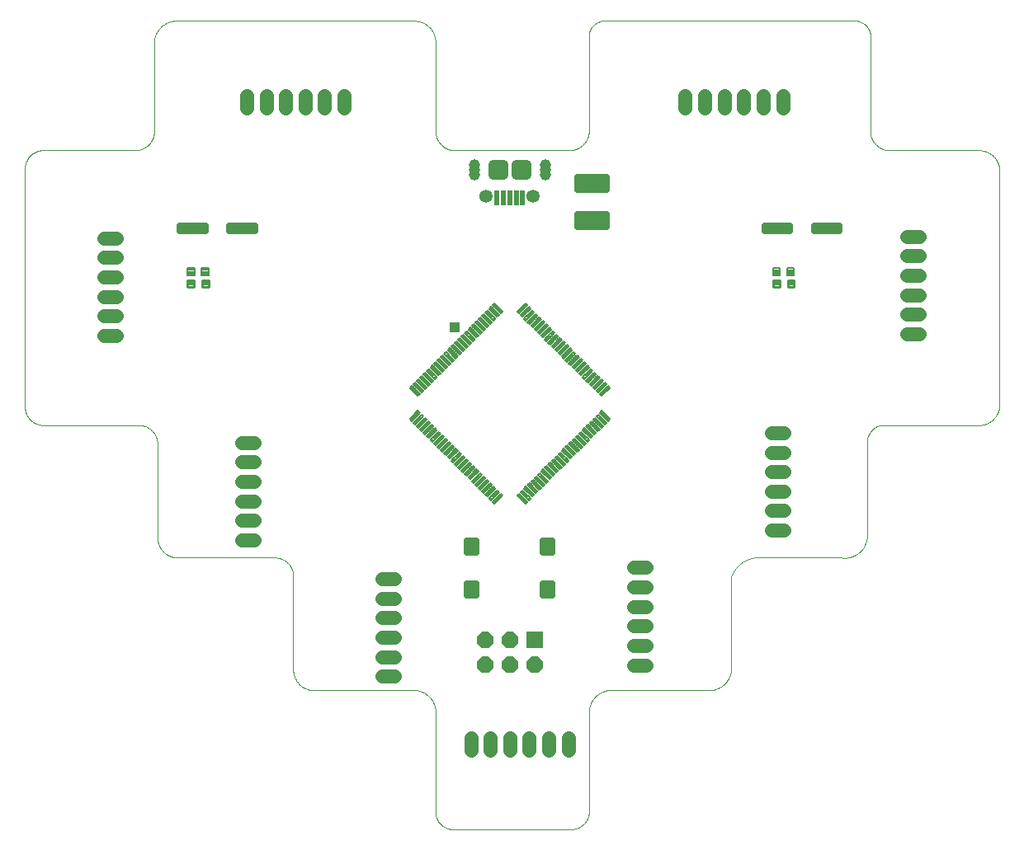
<source format=gts>
G75*
%MOIN*%
%OFA0B0*%
%FSLAX25Y25*%
%IPPOS*%
%LPD*%
%AMOC8*
5,1,8,0,0,1.08239X$1,22.5*
%
%ADD10C,0.00394*%
%ADD11C,0.00681*%
%ADD12R,0.06600X0.06600*%
%ADD13OC8,0.06600*%
%ADD14C,0.02306*%
%ADD15C,0.01840*%
%ADD16C,0.01125*%
%ADD17C,0.00720*%
%ADD18C,0.01834*%
%ADD19C,0.05600*%
%ADD20C,0.04040*%
%ADD21R,0.02175X0.05915*%
%ADD22C,0.05324*%
%ADD23C,0.04600*%
%ADD24R,0.04362X0.04362*%
D10*
X0116898Y0072600D02*
X0116898Y0110443D01*
X0116898Y0110442D02*
X0116906Y0110622D01*
X0116911Y0110802D01*
X0116910Y0110982D01*
X0116906Y0111162D01*
X0116897Y0111342D01*
X0116884Y0111521D01*
X0116866Y0111700D01*
X0116844Y0111879D01*
X0116818Y0112057D01*
X0116787Y0112234D01*
X0116753Y0112411D01*
X0116714Y0112587D01*
X0116670Y0112761D01*
X0116623Y0112935D01*
X0116571Y0113107D01*
X0116515Y0113278D01*
X0116455Y0113448D01*
X0116391Y0113616D01*
X0116323Y0113783D01*
X0116251Y0113948D01*
X0116175Y0114111D01*
X0116095Y0114272D01*
X0116011Y0114431D01*
X0115924Y0114588D01*
X0115832Y0114743D01*
X0115737Y0114896D01*
X0115638Y0115047D01*
X0115536Y0115195D01*
X0115430Y0115340D01*
X0115321Y0115483D01*
X0115208Y0115623D01*
X0115091Y0115760D01*
X0114972Y0115895D01*
X0114849Y0116027D01*
X0114723Y0116155D01*
X0114594Y0116281D01*
X0114462Y0116403D01*
X0114328Y0116522D01*
X0114190Y0116638D01*
X0114050Y0116751D01*
X0113906Y0116860D01*
X0113761Y0116965D01*
X0113612Y0117068D01*
X0113462Y0117166D01*
X0113309Y0117261D01*
X0113154Y0117352D01*
X0112996Y0117439D01*
X0112837Y0117522D01*
X0112675Y0117602D01*
X0112512Y0117678D01*
X0112347Y0117749D01*
X0112180Y0117817D01*
X0112012Y0117881D01*
X0111842Y0117940D01*
X0111671Y0117996D01*
X0111498Y0118047D01*
X0111325Y0118094D01*
X0111150Y0118137D01*
X0110974Y0118175D01*
X0110797Y0118210D01*
X0110620Y0118240D01*
X0110442Y0118266D01*
X0110263Y0118287D01*
X0110084Y0118304D01*
X0109905Y0118317D01*
X0070535Y0118317D01*
X0070534Y0118317D02*
X0070334Y0118312D01*
X0070133Y0118312D01*
X0069932Y0118316D01*
X0069731Y0118326D01*
X0069531Y0118341D01*
X0069331Y0118361D01*
X0069132Y0118385D01*
X0068933Y0118415D01*
X0068735Y0118449D01*
X0068538Y0118488D01*
X0068342Y0118532D01*
X0068148Y0118581D01*
X0067954Y0118634D01*
X0067762Y0118692D01*
X0067571Y0118755D01*
X0067382Y0118823D01*
X0067195Y0118895D01*
X0067009Y0118972D01*
X0066825Y0119053D01*
X0066644Y0119139D01*
X0066464Y0119229D01*
X0066287Y0119324D01*
X0066112Y0119423D01*
X0065940Y0119526D01*
X0065770Y0119634D01*
X0065603Y0119745D01*
X0065439Y0119861D01*
X0065278Y0119980D01*
X0065119Y0120104D01*
X0064964Y0120231D01*
X0064812Y0120362D01*
X0064663Y0120497D01*
X0064518Y0120636D01*
X0064376Y0120778D01*
X0064237Y0120923D01*
X0064102Y0121072D01*
X0063971Y0121224D01*
X0063844Y0121379D01*
X0063720Y0121537D01*
X0063600Y0121699D01*
X0063485Y0121863D01*
X0063373Y0122030D01*
X0063266Y0122199D01*
X0063162Y0122372D01*
X0063063Y0122546D01*
X0062968Y0122723D01*
X0062878Y0122903D01*
X0062792Y0123084D01*
X0062711Y0123268D01*
X0062634Y0123453D01*
X0062562Y0123641D01*
X0062494Y0123830D01*
X0062431Y0124021D01*
X0062372Y0124213D01*
X0062319Y0124406D01*
X0062270Y0124601D01*
X0062226Y0124797D01*
X0062187Y0124994D01*
X0062152Y0125192D01*
X0062123Y0125391D01*
X0062098Y0125590D01*
X0062078Y0125790D01*
X0062064Y0125990D01*
X0062054Y0126191D01*
X0062054Y0164033D01*
X0062054Y0164034D02*
X0062059Y0164217D01*
X0062060Y0164400D01*
X0062056Y0164583D01*
X0062048Y0164766D01*
X0062035Y0164948D01*
X0062018Y0165131D01*
X0061997Y0165313D01*
X0061971Y0165494D01*
X0061941Y0165674D01*
X0061907Y0165854D01*
X0061868Y0166033D01*
X0061825Y0166211D01*
X0061777Y0166388D01*
X0061725Y0166564D01*
X0061670Y0166738D01*
X0061609Y0166911D01*
X0061545Y0167082D01*
X0061477Y0167252D01*
X0061404Y0167420D01*
X0061328Y0167587D01*
X0061247Y0167751D01*
X0061163Y0167914D01*
X0061074Y0168074D01*
X0060982Y0168232D01*
X0060886Y0168388D01*
X0060786Y0168542D01*
X0060683Y0168693D01*
X0060576Y0168841D01*
X0060465Y0168987D01*
X0060351Y0169130D01*
X0060234Y0169271D01*
X0060113Y0169408D01*
X0059988Y0169543D01*
X0059861Y0169674D01*
X0059731Y0169803D01*
X0059597Y0169928D01*
X0059460Y0170050D01*
X0059321Y0170168D01*
X0059179Y0170284D01*
X0059033Y0170395D01*
X0058886Y0170504D01*
X0058735Y0170608D01*
X0058583Y0170709D01*
X0058427Y0170806D01*
X0058270Y0170900D01*
X0058110Y0170989D01*
X0057949Y0171075D01*
X0057785Y0171157D01*
X0057619Y0171235D01*
X0057451Y0171308D01*
X0057282Y0171378D01*
X0057111Y0171444D01*
X0056939Y0171505D01*
X0056765Y0171562D01*
X0056589Y0171615D01*
X0056413Y0171664D01*
X0056235Y0171709D01*
X0056057Y0171749D01*
X0055877Y0171785D01*
X0055697Y0171816D01*
X0055516Y0171843D01*
X0055334Y0171866D01*
X0055152Y0171884D01*
X0054969Y0171898D01*
X0054786Y0171908D01*
X0054787Y0171907D02*
X0015417Y0171907D01*
X0015416Y0171908D02*
X0015235Y0171922D01*
X0015054Y0171941D01*
X0014874Y0171964D01*
X0014695Y0171991D01*
X0014516Y0172023D01*
X0014338Y0172059D01*
X0014161Y0172100D01*
X0013985Y0172145D01*
X0013810Y0172194D01*
X0013636Y0172248D01*
X0013464Y0172305D01*
X0013293Y0172367D01*
X0013124Y0172433D01*
X0012956Y0172504D01*
X0012790Y0172578D01*
X0012627Y0172657D01*
X0012465Y0172739D01*
X0012305Y0172825D01*
X0012147Y0172916D01*
X0011992Y0173010D01*
X0011839Y0173108D01*
X0011688Y0173209D01*
X0011540Y0173314D01*
X0011394Y0173423D01*
X0011252Y0173536D01*
X0011112Y0173652D01*
X0010975Y0173771D01*
X0010841Y0173893D01*
X0010710Y0174019D01*
X0010582Y0174148D01*
X0010457Y0174281D01*
X0010336Y0174416D01*
X0010217Y0174554D01*
X0010103Y0174695D01*
X0009992Y0174838D01*
X0009884Y0174985D01*
X0009780Y0175134D01*
X0009680Y0175285D01*
X0009583Y0175439D01*
X0009491Y0175596D01*
X0009402Y0175754D01*
X0009317Y0175915D01*
X0009236Y0176077D01*
X0009159Y0176242D01*
X0009086Y0176408D01*
X0009017Y0176577D01*
X0008953Y0176746D01*
X0008892Y0176918D01*
X0008836Y0177090D01*
X0008784Y0177265D01*
X0008736Y0177440D01*
X0008693Y0177616D01*
X0008654Y0177794D01*
X0008619Y0177972D01*
X0008589Y0178151D01*
X0008563Y0178331D01*
X0008542Y0178512D01*
X0008525Y0178692D01*
X0008512Y0178874D01*
X0008504Y0179055D01*
X0008500Y0179237D01*
X0008501Y0179419D01*
X0008506Y0179600D01*
X0008516Y0179782D01*
X0008516Y0179781D02*
X0008516Y0275136D01*
X0008516Y0275135D02*
X0008506Y0275314D01*
X0008501Y0275493D01*
X0008500Y0275672D01*
X0008504Y0275851D01*
X0008511Y0276029D01*
X0008523Y0276208D01*
X0008540Y0276386D01*
X0008560Y0276564D01*
X0008585Y0276741D01*
X0008614Y0276917D01*
X0008648Y0277093D01*
X0008685Y0277268D01*
X0008727Y0277442D01*
X0008773Y0277615D01*
X0008823Y0277786D01*
X0008878Y0277957D01*
X0008936Y0278126D01*
X0008999Y0278294D01*
X0009065Y0278460D01*
X0009136Y0278624D01*
X0009211Y0278787D01*
X0009289Y0278947D01*
X0009371Y0279106D01*
X0009457Y0279263D01*
X0009547Y0279418D01*
X0009641Y0279570D01*
X0009738Y0279720D01*
X0009839Y0279868D01*
X0009943Y0280014D01*
X0010051Y0280156D01*
X0010162Y0280296D01*
X0010277Y0280434D01*
X0010395Y0280568D01*
X0010516Y0280700D01*
X0010640Y0280829D01*
X0010768Y0280954D01*
X0010898Y0281077D01*
X0011031Y0281196D01*
X0011167Y0281312D01*
X0011306Y0281425D01*
X0011448Y0281534D01*
X0011592Y0281640D01*
X0011739Y0281743D01*
X0011888Y0281841D01*
X0012039Y0281937D01*
X0012193Y0282028D01*
X0012349Y0282116D01*
X0012507Y0282200D01*
X0012667Y0282280D01*
X0012829Y0282356D01*
X0012992Y0282429D01*
X0013157Y0282497D01*
X0013324Y0282561D01*
X0013493Y0282622D01*
X0013663Y0282678D01*
X0013834Y0282730D01*
X0014006Y0282778D01*
X0014180Y0282822D01*
X0014354Y0282861D01*
X0014530Y0282896D01*
X0014706Y0282928D01*
X0014883Y0282954D01*
X0015060Y0282977D01*
X0015238Y0282995D01*
X0015416Y0283009D01*
X0015417Y0283010D02*
X0052874Y0283010D01*
X0052875Y0283009D02*
X0053065Y0283011D01*
X0053255Y0283018D01*
X0053444Y0283029D01*
X0053634Y0283045D01*
X0053823Y0283065D01*
X0054011Y0283090D01*
X0054199Y0283120D01*
X0054386Y0283154D01*
X0054572Y0283192D01*
X0054757Y0283235D01*
X0054941Y0283283D01*
X0055124Y0283335D01*
X0055306Y0283391D01*
X0055486Y0283452D01*
X0055664Y0283517D01*
X0055841Y0283586D01*
X0056016Y0283660D01*
X0056190Y0283738D01*
X0056361Y0283819D01*
X0056531Y0283906D01*
X0056698Y0283996D01*
X0056863Y0284090D01*
X0057026Y0284188D01*
X0057186Y0284290D01*
X0057344Y0284396D01*
X0057499Y0284506D01*
X0057652Y0284619D01*
X0057802Y0284736D01*
X0057949Y0284857D01*
X0058092Y0284981D01*
X0058233Y0285108D01*
X0058371Y0285239D01*
X0058506Y0285374D01*
X0058637Y0285511D01*
X0058765Y0285652D01*
X0058889Y0285795D01*
X0059010Y0285942D01*
X0059128Y0286091D01*
X0059241Y0286244D01*
X0059351Y0286398D01*
X0059458Y0286556D01*
X0059560Y0286716D01*
X0059659Y0286879D01*
X0059753Y0287044D01*
X0059844Y0287211D01*
X0059930Y0287380D01*
X0060013Y0287551D01*
X0060091Y0287724D01*
X0060165Y0287900D01*
X0060235Y0288076D01*
X0060300Y0288255D01*
X0060361Y0288435D01*
X0060418Y0288616D01*
X0060470Y0288799D01*
X0060518Y0288983D01*
X0060562Y0289168D01*
X0060601Y0289354D01*
X0060635Y0289541D01*
X0060665Y0289728D01*
X0060691Y0289917D01*
X0060711Y0290106D01*
X0060728Y0290295D01*
X0060739Y0290485D01*
X0060746Y0290675D01*
X0060749Y0290865D01*
X0060748Y0290865D02*
X0060748Y0327419D01*
X0060749Y0327419D02*
X0060774Y0327632D01*
X0060805Y0327845D01*
X0060841Y0328056D01*
X0060882Y0328267D01*
X0060928Y0328477D01*
X0060979Y0328685D01*
X0061036Y0328892D01*
X0061097Y0329098D01*
X0061163Y0329302D01*
X0061234Y0329505D01*
X0061310Y0329706D01*
X0061391Y0329904D01*
X0061476Y0330101D01*
X0061567Y0330296D01*
X0061662Y0330488D01*
X0061761Y0330679D01*
X0061865Y0330866D01*
X0061974Y0331051D01*
X0062087Y0331234D01*
X0062205Y0331413D01*
X0062326Y0331590D01*
X0062452Y0331764D01*
X0062582Y0331935D01*
X0062717Y0332102D01*
X0062855Y0332266D01*
X0062997Y0332427D01*
X0063143Y0332584D01*
X0063293Y0332738D01*
X0063446Y0332888D01*
X0063604Y0333034D01*
X0063764Y0333177D01*
X0063928Y0333315D01*
X0064095Y0333450D01*
X0064266Y0333580D01*
X0064439Y0333707D01*
X0064616Y0333829D01*
X0064795Y0333947D01*
X0064977Y0334060D01*
X0065162Y0334169D01*
X0065350Y0334273D01*
X0065540Y0334373D01*
X0065732Y0334469D01*
X0065927Y0334559D01*
X0066123Y0334645D01*
X0066322Y0334726D01*
X0066523Y0334803D01*
X0066725Y0334874D01*
X0066929Y0334941D01*
X0067135Y0335002D01*
X0067342Y0335059D01*
X0067550Y0335110D01*
X0067760Y0335157D01*
X0067970Y0335198D01*
X0068182Y0335234D01*
X0068394Y0335266D01*
X0068607Y0335292D01*
X0068821Y0335313D01*
X0069035Y0335328D01*
X0069249Y0335339D01*
X0069464Y0335344D01*
X0069679Y0335344D01*
X0069893Y0335339D01*
X0070108Y0335329D01*
X0070322Y0335314D01*
X0070535Y0335293D01*
X0165023Y0335293D01*
X0174353Y0327419D02*
X0174353Y0290884D01*
X0174355Y0290693D01*
X0174362Y0290503D01*
X0174374Y0290312D01*
X0174390Y0290122D01*
X0174411Y0289933D01*
X0174436Y0289744D01*
X0174466Y0289555D01*
X0174500Y0289368D01*
X0174539Y0289181D01*
X0174582Y0288995D01*
X0174630Y0288810D01*
X0174683Y0288627D01*
X0174739Y0288445D01*
X0174800Y0288264D01*
X0174866Y0288085D01*
X0174936Y0287908D01*
X0175010Y0287732D01*
X0175088Y0287558D01*
X0175171Y0287386D01*
X0175257Y0287216D01*
X0175348Y0287048D01*
X0175442Y0286883D01*
X0175541Y0286719D01*
X0175644Y0286559D01*
X0175750Y0286400D01*
X0175860Y0286245D01*
X0175974Y0286092D01*
X0176092Y0285942D01*
X0176213Y0285794D01*
X0176338Y0285650D01*
X0176466Y0285509D01*
X0176598Y0285371D01*
X0176733Y0285236D01*
X0176871Y0285104D01*
X0177012Y0284976D01*
X0177156Y0284851D01*
X0177304Y0284730D01*
X0177454Y0284612D01*
X0177607Y0284498D01*
X0177762Y0284388D01*
X0177921Y0284282D01*
X0178081Y0284179D01*
X0178245Y0284080D01*
X0178410Y0283986D01*
X0178578Y0283895D01*
X0178748Y0283809D01*
X0178920Y0283726D01*
X0179094Y0283648D01*
X0179270Y0283574D01*
X0179447Y0283504D01*
X0179626Y0283438D01*
X0179807Y0283377D01*
X0179989Y0283321D01*
X0180172Y0283268D01*
X0180357Y0283220D01*
X0180543Y0283177D01*
X0180730Y0283138D01*
X0180917Y0283104D01*
X0181106Y0283074D01*
X0181295Y0283049D01*
X0181484Y0283028D01*
X0181674Y0283012D01*
X0181865Y0283000D01*
X0182055Y0282993D01*
X0182246Y0282991D01*
X0228015Y0282991D01*
X0228015Y0282990D02*
X0228215Y0282987D01*
X0228414Y0282989D01*
X0228614Y0282995D01*
X0228813Y0283006D01*
X0229012Y0283023D01*
X0229211Y0283044D01*
X0229408Y0283070D01*
X0229606Y0283101D01*
X0229802Y0283136D01*
X0229997Y0283177D01*
X0230192Y0283222D01*
X0230385Y0283272D01*
X0230577Y0283327D01*
X0230767Y0283386D01*
X0230956Y0283450D01*
X0231144Y0283519D01*
X0231330Y0283592D01*
X0231513Y0283670D01*
X0231695Y0283752D01*
X0231875Y0283839D01*
X0232052Y0283930D01*
X0232228Y0284026D01*
X0232401Y0284125D01*
X0232571Y0284229D01*
X0232739Y0284337D01*
X0232904Y0284450D01*
X0233066Y0284566D01*
X0233225Y0284686D01*
X0233382Y0284810D01*
X0233535Y0284938D01*
X0233685Y0285069D01*
X0233832Y0285205D01*
X0233976Y0285343D01*
X0234116Y0285486D01*
X0234252Y0285631D01*
X0234385Y0285780D01*
X0234514Y0285932D01*
X0234640Y0286087D01*
X0234761Y0286246D01*
X0234879Y0286407D01*
X0234992Y0286571D01*
X0235102Y0286738D01*
X0235207Y0286907D01*
X0235309Y0287079D01*
X0235406Y0287254D01*
X0235498Y0287430D01*
X0235587Y0287609D01*
X0235671Y0287791D01*
X0235750Y0287974D01*
X0235825Y0288159D01*
X0235895Y0288345D01*
X0235961Y0288534D01*
X0236022Y0288724D01*
X0236079Y0288915D01*
X0236130Y0289108D01*
X0236177Y0289302D01*
X0236220Y0289497D01*
X0236257Y0289693D01*
X0236290Y0289890D01*
X0236317Y0290088D01*
X0236340Y0290286D01*
X0236358Y0290485D01*
X0236371Y0290684D01*
X0236380Y0290883D01*
X0236379Y0290884D02*
X0236379Y0330235D01*
X0236414Y0330391D01*
X0236454Y0330546D01*
X0236498Y0330700D01*
X0236545Y0330853D01*
X0236595Y0331004D01*
X0236650Y0331155D01*
X0236708Y0331304D01*
X0236770Y0331451D01*
X0236835Y0331597D01*
X0236903Y0331742D01*
X0236976Y0331884D01*
X0237051Y0332025D01*
X0237130Y0332164D01*
X0237212Y0332302D01*
X0237298Y0332437D01*
X0237387Y0332570D01*
X0237479Y0332700D01*
X0237574Y0332829D01*
X0237672Y0332955D01*
X0237774Y0333079D01*
X0237878Y0333200D01*
X0237985Y0333319D01*
X0238095Y0333435D01*
X0238208Y0333549D01*
X0238323Y0333659D01*
X0238441Y0333767D01*
X0238562Y0333872D01*
X0238685Y0333974D01*
X0238811Y0334073D01*
X0238939Y0334169D01*
X0239069Y0334262D01*
X0239201Y0334352D01*
X0239336Y0334438D01*
X0239472Y0334521D01*
X0239611Y0334601D01*
X0239751Y0334677D01*
X0239894Y0334750D01*
X0240038Y0334820D01*
X0240183Y0334886D01*
X0240331Y0334949D01*
X0240479Y0335008D01*
X0240629Y0335063D01*
X0240781Y0335115D01*
X0240933Y0335163D01*
X0241087Y0335207D01*
X0241241Y0335248D01*
X0241397Y0335285D01*
X0241553Y0335318D01*
X0241711Y0335347D01*
X0241869Y0335373D01*
X0242027Y0335394D01*
X0242186Y0335412D01*
X0242345Y0335426D01*
X0242505Y0335436D01*
X0242665Y0335443D01*
X0242825Y0335445D01*
X0242985Y0335444D01*
X0243144Y0335438D01*
X0243304Y0335429D01*
X0243463Y0335416D01*
X0243622Y0335399D01*
X0243781Y0335378D01*
X0243939Y0335354D01*
X0244096Y0335326D01*
X0244253Y0335293D01*
X0342110Y0335293D01*
X0342267Y0335326D01*
X0342424Y0335354D01*
X0342582Y0335378D01*
X0342741Y0335399D01*
X0342900Y0335416D01*
X0343059Y0335429D01*
X0343219Y0335438D01*
X0343378Y0335444D01*
X0343538Y0335445D01*
X0343698Y0335443D01*
X0343858Y0335436D01*
X0344018Y0335426D01*
X0344177Y0335412D01*
X0344336Y0335394D01*
X0344494Y0335373D01*
X0344652Y0335347D01*
X0344810Y0335318D01*
X0344966Y0335285D01*
X0345122Y0335248D01*
X0345276Y0335207D01*
X0345430Y0335163D01*
X0345582Y0335115D01*
X0345734Y0335063D01*
X0345884Y0335008D01*
X0346032Y0334949D01*
X0346180Y0334886D01*
X0346325Y0334820D01*
X0346469Y0334750D01*
X0346612Y0334677D01*
X0346752Y0334601D01*
X0346891Y0334521D01*
X0347027Y0334438D01*
X0347162Y0334352D01*
X0347294Y0334262D01*
X0347424Y0334169D01*
X0347552Y0334073D01*
X0347678Y0333974D01*
X0347801Y0333872D01*
X0347922Y0333767D01*
X0348040Y0333659D01*
X0348155Y0333549D01*
X0348268Y0333435D01*
X0348378Y0333319D01*
X0348485Y0333200D01*
X0348589Y0333079D01*
X0348691Y0332955D01*
X0348789Y0332829D01*
X0348884Y0332700D01*
X0348976Y0332570D01*
X0349065Y0332437D01*
X0349151Y0332302D01*
X0349233Y0332164D01*
X0349312Y0332025D01*
X0349387Y0331884D01*
X0349460Y0331742D01*
X0349528Y0331597D01*
X0349593Y0331451D01*
X0349655Y0331304D01*
X0349713Y0331155D01*
X0349768Y0331004D01*
X0349818Y0330853D01*
X0349865Y0330700D01*
X0349909Y0330546D01*
X0349949Y0330391D01*
X0349984Y0330235D01*
X0349984Y0290865D01*
X0349987Y0290675D01*
X0349994Y0290485D01*
X0350005Y0290295D01*
X0350022Y0290106D01*
X0350042Y0289917D01*
X0350068Y0289728D01*
X0350098Y0289541D01*
X0350132Y0289354D01*
X0350171Y0289168D01*
X0350215Y0288983D01*
X0350263Y0288799D01*
X0350315Y0288616D01*
X0350372Y0288435D01*
X0350433Y0288255D01*
X0350498Y0288076D01*
X0350568Y0287900D01*
X0350642Y0287724D01*
X0350720Y0287551D01*
X0350803Y0287380D01*
X0350889Y0287211D01*
X0350980Y0287044D01*
X0351074Y0286879D01*
X0351173Y0286716D01*
X0351275Y0286556D01*
X0351382Y0286398D01*
X0351492Y0286244D01*
X0351605Y0286091D01*
X0351723Y0285942D01*
X0351844Y0285795D01*
X0351968Y0285652D01*
X0352096Y0285511D01*
X0352227Y0285374D01*
X0352362Y0285239D01*
X0352500Y0285108D01*
X0352641Y0284981D01*
X0352784Y0284857D01*
X0352931Y0284736D01*
X0353081Y0284619D01*
X0353234Y0284506D01*
X0353389Y0284396D01*
X0353547Y0284290D01*
X0353707Y0284188D01*
X0353870Y0284090D01*
X0354035Y0283996D01*
X0354202Y0283906D01*
X0354372Y0283819D01*
X0354543Y0283738D01*
X0354717Y0283660D01*
X0354892Y0283586D01*
X0355069Y0283517D01*
X0355247Y0283452D01*
X0355427Y0283391D01*
X0355609Y0283335D01*
X0355792Y0283283D01*
X0355976Y0283235D01*
X0356161Y0283192D01*
X0356347Y0283154D01*
X0356534Y0283120D01*
X0356722Y0283090D01*
X0356910Y0283065D01*
X0357099Y0283045D01*
X0357289Y0283029D01*
X0357478Y0283018D01*
X0357668Y0283011D01*
X0357858Y0283009D01*
X0357858Y0283010D02*
X0393369Y0283010D01*
X0393572Y0283019D01*
X0393774Y0283024D01*
X0393976Y0283023D01*
X0394179Y0283018D01*
X0394381Y0283008D01*
X0394582Y0282992D01*
X0394784Y0282972D01*
X0394985Y0282948D01*
X0395185Y0282918D01*
X0395384Y0282883D01*
X0395583Y0282844D01*
X0395780Y0282800D01*
X0395977Y0282751D01*
X0396172Y0282697D01*
X0396366Y0282639D01*
X0396558Y0282576D01*
X0396749Y0282509D01*
X0396938Y0282436D01*
X0397125Y0282360D01*
X0397311Y0282278D01*
X0397494Y0282193D01*
X0397675Y0282103D01*
X0397854Y0282008D01*
X0398031Y0281909D01*
X0398205Y0281806D01*
X0398377Y0281699D01*
X0398546Y0281588D01*
X0398712Y0281472D01*
X0398875Y0281353D01*
X0399036Y0281230D01*
X0399194Y0281103D01*
X0399348Y0280972D01*
X0399499Y0280837D01*
X0399647Y0280699D01*
X0399791Y0280558D01*
X0399933Y0280412D01*
X0400070Y0280264D01*
X0400204Y0280112D01*
X0400334Y0279957D01*
X0400460Y0279799D01*
X0400583Y0279638D01*
X0400701Y0279474D01*
X0400816Y0279307D01*
X0400927Y0279138D01*
X0401033Y0278965D01*
X0401135Y0278791D01*
X0401233Y0278614D01*
X0401327Y0278434D01*
X0401416Y0278253D01*
X0401501Y0278069D01*
X0401581Y0277883D01*
X0401657Y0277695D01*
X0401729Y0277506D01*
X0401795Y0277315D01*
X0401857Y0277122D01*
X0401915Y0276928D01*
X0401968Y0276733D01*
X0402016Y0276536D01*
X0402059Y0276339D01*
X0402097Y0276140D01*
X0402131Y0275940D01*
X0402160Y0275740D01*
X0402184Y0275539D01*
X0402203Y0275338D01*
X0402217Y0275136D01*
X0402217Y0179781D01*
X0402203Y0179579D01*
X0402184Y0179378D01*
X0402160Y0179177D01*
X0402131Y0178977D01*
X0402097Y0178777D01*
X0402059Y0178578D01*
X0402016Y0178381D01*
X0401968Y0178184D01*
X0401915Y0177989D01*
X0401857Y0177795D01*
X0401795Y0177602D01*
X0401729Y0177411D01*
X0401657Y0177222D01*
X0401581Y0177034D01*
X0401501Y0176848D01*
X0401416Y0176664D01*
X0401327Y0176483D01*
X0401233Y0176303D01*
X0401135Y0176126D01*
X0401033Y0175952D01*
X0400927Y0175779D01*
X0400816Y0175610D01*
X0400701Y0175443D01*
X0400583Y0175279D01*
X0400460Y0175118D01*
X0400334Y0174960D01*
X0400204Y0174805D01*
X0400070Y0174653D01*
X0399933Y0174505D01*
X0399791Y0174359D01*
X0399647Y0174218D01*
X0399499Y0174080D01*
X0399348Y0173945D01*
X0399194Y0173814D01*
X0399036Y0173687D01*
X0398875Y0173564D01*
X0398712Y0173445D01*
X0398546Y0173329D01*
X0398377Y0173218D01*
X0398205Y0173111D01*
X0398031Y0173008D01*
X0397854Y0172909D01*
X0397675Y0172814D01*
X0397494Y0172724D01*
X0397311Y0172639D01*
X0397125Y0172557D01*
X0396938Y0172481D01*
X0396749Y0172408D01*
X0396558Y0172341D01*
X0396366Y0172278D01*
X0396172Y0172220D01*
X0395977Y0172166D01*
X0395780Y0172117D01*
X0395583Y0172073D01*
X0395384Y0172034D01*
X0395185Y0171999D01*
X0394985Y0171969D01*
X0394784Y0171945D01*
X0394582Y0171925D01*
X0394381Y0171909D01*
X0394179Y0171899D01*
X0393976Y0171894D01*
X0393774Y0171893D01*
X0393572Y0171898D01*
X0393369Y0171907D01*
X0353999Y0171907D01*
X0353826Y0171855D01*
X0353654Y0171799D01*
X0353483Y0171739D01*
X0353314Y0171675D01*
X0353146Y0171606D01*
X0352981Y0171533D01*
X0352817Y0171456D01*
X0352654Y0171376D01*
X0352494Y0171291D01*
X0352336Y0171203D01*
X0352181Y0171110D01*
X0352027Y0171014D01*
X0351876Y0170914D01*
X0351728Y0170810D01*
X0351582Y0170703D01*
X0351439Y0170592D01*
X0351298Y0170478D01*
X0351161Y0170361D01*
X0351026Y0170240D01*
X0350894Y0170115D01*
X0350765Y0169988D01*
X0350640Y0169857D01*
X0350518Y0169724D01*
X0350399Y0169587D01*
X0350283Y0169448D01*
X0350171Y0169306D01*
X0350062Y0169161D01*
X0349957Y0169013D01*
X0349856Y0168863D01*
X0349758Y0168711D01*
X0349664Y0168556D01*
X0349574Y0168399D01*
X0349488Y0168240D01*
X0349406Y0168079D01*
X0349328Y0167915D01*
X0349253Y0167750D01*
X0349183Y0167583D01*
X0349117Y0167415D01*
X0349055Y0167245D01*
X0348997Y0167073D01*
X0348944Y0166900D01*
X0348894Y0166726D01*
X0348849Y0166550D01*
X0348809Y0166374D01*
X0348772Y0166197D01*
X0348740Y0166018D01*
X0348712Y0165839D01*
X0348689Y0165660D01*
X0348670Y0165480D01*
X0348656Y0165299D01*
X0348646Y0165118D01*
X0348640Y0164937D01*
X0348639Y0164756D01*
X0348642Y0164575D01*
X0348650Y0164394D01*
X0348662Y0164214D01*
X0348679Y0164034D01*
X0348679Y0164033D02*
X0348679Y0126191D01*
X0348678Y0126190D02*
X0348645Y0125970D01*
X0348606Y0125750D01*
X0348562Y0125531D01*
X0348512Y0125313D01*
X0348458Y0125097D01*
X0348398Y0124882D01*
X0348333Y0124668D01*
X0348263Y0124456D01*
X0348187Y0124246D01*
X0348107Y0124038D01*
X0348022Y0123831D01*
X0347931Y0123627D01*
X0347836Y0123425D01*
X0347736Y0123226D01*
X0347631Y0123029D01*
X0347521Y0122834D01*
X0347407Y0122642D01*
X0347288Y0122453D01*
X0347165Y0122267D01*
X0347037Y0122084D01*
X0346905Y0121904D01*
X0346768Y0121728D01*
X0346627Y0121554D01*
X0346482Y0121385D01*
X0346333Y0121218D01*
X0346180Y0121056D01*
X0346024Y0120897D01*
X0345863Y0120742D01*
X0345699Y0120591D01*
X0345531Y0120444D01*
X0345359Y0120301D01*
X0345184Y0120162D01*
X0345006Y0120027D01*
X0344825Y0119897D01*
X0344640Y0119771D01*
X0344453Y0119650D01*
X0344263Y0119533D01*
X0344069Y0119421D01*
X0343874Y0119314D01*
X0343675Y0119211D01*
X0343475Y0119113D01*
X0343272Y0119020D01*
X0343066Y0118932D01*
X0342859Y0118849D01*
X0342650Y0118771D01*
X0342439Y0118699D01*
X0342226Y0118631D01*
X0342012Y0118568D01*
X0341796Y0118511D01*
X0341579Y0118459D01*
X0341361Y0118412D01*
X0341142Y0118370D01*
X0340921Y0118334D01*
X0340700Y0118303D01*
X0340478Y0118277D01*
X0340256Y0118257D01*
X0340033Y0118242D01*
X0339810Y0118232D01*
X0339587Y0118228D01*
X0339364Y0118229D01*
X0339141Y0118236D01*
X0338918Y0118248D01*
X0338695Y0118266D01*
X0338473Y0118288D01*
X0338251Y0118317D01*
X0306755Y0118317D01*
X0306470Y0118357D01*
X0306183Y0118390D01*
X0305896Y0118416D01*
X0305609Y0118435D01*
X0305320Y0118446D01*
X0305032Y0118451D01*
X0304744Y0118448D01*
X0304456Y0118439D01*
X0304168Y0118422D01*
X0303881Y0118399D01*
X0303594Y0118368D01*
X0303308Y0118331D01*
X0303023Y0118286D01*
X0302740Y0118234D01*
X0302457Y0118176D01*
X0302176Y0118111D01*
X0301897Y0118038D01*
X0301620Y0117959D01*
X0301345Y0117873D01*
X0301072Y0117781D01*
X0300801Y0117682D01*
X0300533Y0117576D01*
X0300267Y0117463D01*
X0300005Y0117344D01*
X0299745Y0117219D01*
X0299489Y0117088D01*
X0299235Y0116950D01*
X0298985Y0116806D01*
X0298739Y0116656D01*
X0298497Y0116500D01*
X0298258Y0116338D01*
X0298024Y0116170D01*
X0297793Y0115997D01*
X0297567Y0115818D01*
X0297346Y0115633D01*
X0297129Y0115444D01*
X0296917Y0115248D01*
X0296709Y0115048D01*
X0296507Y0114843D01*
X0296309Y0114633D01*
X0296117Y0114418D01*
X0295930Y0114198D01*
X0295749Y0113974D01*
X0295573Y0113746D01*
X0295403Y0113513D01*
X0295238Y0113276D01*
X0295080Y0113036D01*
X0294927Y0112791D01*
X0294780Y0112543D01*
X0294640Y0112291D01*
X0294506Y0112036D01*
X0294378Y0111778D01*
X0294256Y0111516D01*
X0294141Y0111252D01*
X0294032Y0110985D01*
X0293930Y0110715D01*
X0293834Y0110443D01*
X0293835Y0110443D02*
X0293835Y0072600D01*
X0293798Y0072376D01*
X0293756Y0072153D01*
X0293708Y0071931D01*
X0293655Y0071710D01*
X0293597Y0071491D01*
X0293533Y0071273D01*
X0293464Y0071057D01*
X0293390Y0070842D01*
X0293311Y0070629D01*
X0293227Y0070419D01*
X0293137Y0070210D01*
X0293043Y0070003D01*
X0292944Y0069799D01*
X0292839Y0069598D01*
X0292730Y0069399D01*
X0292616Y0069202D01*
X0292498Y0069009D01*
X0292374Y0068818D01*
X0292246Y0068630D01*
X0292114Y0068446D01*
X0291977Y0068265D01*
X0291836Y0068087D01*
X0291691Y0067912D01*
X0291541Y0067741D01*
X0291388Y0067574D01*
X0291230Y0067411D01*
X0291069Y0067251D01*
X0290903Y0067096D01*
X0290734Y0066944D01*
X0290562Y0066797D01*
X0290386Y0066653D01*
X0290206Y0066515D01*
X0290023Y0066380D01*
X0289837Y0066250D01*
X0289648Y0066124D01*
X0289456Y0066003D01*
X0289261Y0065887D01*
X0289063Y0065776D01*
X0288863Y0065669D01*
X0288660Y0065567D01*
X0288454Y0065470D01*
X0288247Y0065378D01*
X0288037Y0065291D01*
X0287825Y0065209D01*
X0287612Y0065133D01*
X0287396Y0065061D01*
X0287179Y0064995D01*
X0286960Y0064934D01*
X0286740Y0064879D01*
X0286519Y0064828D01*
X0286296Y0064783D01*
X0286073Y0064744D01*
X0285848Y0064710D01*
X0285623Y0064681D01*
X0285397Y0064658D01*
X0285171Y0064640D01*
X0284944Y0064627D01*
X0284717Y0064621D01*
X0284490Y0064619D01*
X0284263Y0064623D01*
X0284036Y0064633D01*
X0283810Y0064648D01*
X0283584Y0064669D01*
X0283358Y0064695D01*
X0283133Y0064726D01*
X0244253Y0064726D01*
X0244253Y0064725D02*
X0244037Y0064696D01*
X0243821Y0064662D01*
X0243606Y0064622D01*
X0243392Y0064577D01*
X0243179Y0064527D01*
X0242968Y0064472D01*
X0242758Y0064411D01*
X0242549Y0064346D01*
X0242342Y0064276D01*
X0242137Y0064200D01*
X0241934Y0064120D01*
X0241732Y0064035D01*
X0241533Y0063945D01*
X0241336Y0063850D01*
X0241142Y0063751D01*
X0240949Y0063646D01*
X0240760Y0063538D01*
X0240573Y0063424D01*
X0240389Y0063306D01*
X0240208Y0063184D01*
X0240030Y0063058D01*
X0239854Y0062927D01*
X0239683Y0062792D01*
X0239514Y0062652D01*
X0239349Y0062509D01*
X0239187Y0062362D01*
X0239029Y0062211D01*
X0238875Y0062056D01*
X0238724Y0061898D01*
X0238578Y0061736D01*
X0238435Y0061570D01*
X0238296Y0061401D01*
X0238162Y0061229D01*
X0238031Y0061054D01*
X0237905Y0060875D01*
X0237784Y0060693D01*
X0237666Y0060509D01*
X0237554Y0060322D01*
X0237445Y0060132D01*
X0237342Y0059939D01*
X0237243Y0059745D01*
X0237149Y0059547D01*
X0237059Y0059348D01*
X0236975Y0059146D01*
X0236895Y0058943D01*
X0236820Y0058737D01*
X0236751Y0058530D01*
X0236686Y0058321D01*
X0236626Y0058111D01*
X0236572Y0057899D01*
X0236522Y0057687D01*
X0236478Y0057472D01*
X0236439Y0057257D01*
X0236405Y0057041D01*
X0236376Y0056825D01*
X0236353Y0056607D01*
X0236335Y0056390D01*
X0236322Y0056171D01*
X0236314Y0055953D01*
X0236312Y0055734D01*
X0236315Y0055516D01*
X0236323Y0055297D01*
X0236337Y0055079D01*
X0236356Y0054862D01*
X0236380Y0054644D01*
X0236379Y0054645D02*
X0236379Y0015275D01*
X0236380Y0015275D02*
X0236364Y0015098D01*
X0236344Y0014922D01*
X0236320Y0014746D01*
X0236291Y0014571D01*
X0236259Y0014397D01*
X0236222Y0014224D01*
X0236181Y0014051D01*
X0236136Y0013880D01*
X0236086Y0013710D01*
X0236033Y0013541D01*
X0235975Y0013373D01*
X0235914Y0013207D01*
X0235848Y0013042D01*
X0235779Y0012879D01*
X0235706Y0012718D01*
X0235628Y0012558D01*
X0235547Y0012400D01*
X0235462Y0012245D01*
X0235374Y0012091D01*
X0235281Y0011940D01*
X0235185Y0011791D01*
X0235086Y0011644D01*
X0234983Y0011500D01*
X0234876Y0011358D01*
X0234767Y0011219D01*
X0234653Y0011083D01*
X0234537Y0010949D01*
X0234417Y0010818D01*
X0234294Y0010691D01*
X0234169Y0010566D01*
X0234040Y0010444D01*
X0233908Y0010325D01*
X0233774Y0010210D01*
X0233636Y0010098D01*
X0233496Y0009989D01*
X0233354Y0009884D01*
X0233209Y0009782D01*
X0233061Y0009684D01*
X0232911Y0009589D01*
X0232759Y0009498D01*
X0232605Y0009410D01*
X0232449Y0009327D01*
X0232291Y0009247D01*
X0232130Y0009171D01*
X0231969Y0009099D01*
X0231805Y0009031D01*
X0231640Y0008966D01*
X0231473Y0008906D01*
X0231305Y0008850D01*
X0231135Y0008798D01*
X0230965Y0008750D01*
X0230793Y0008706D01*
X0230620Y0008667D01*
X0230447Y0008631D01*
X0230272Y0008600D01*
X0230097Y0008573D01*
X0229921Y0008550D01*
X0229745Y0008531D01*
X0229568Y0008517D01*
X0229391Y0008507D01*
X0229214Y0008501D01*
X0229037Y0008500D01*
X0228860Y0008503D01*
X0228682Y0008510D01*
X0228506Y0008521D01*
X0228505Y0008521D02*
X0180771Y0008521D01*
X0180598Y0008541D01*
X0180426Y0008565D01*
X0180255Y0008593D01*
X0180085Y0008625D01*
X0179915Y0008661D01*
X0179746Y0008701D01*
X0179578Y0008746D01*
X0179411Y0008794D01*
X0179246Y0008846D01*
X0179082Y0008903D01*
X0178919Y0008963D01*
X0178758Y0009028D01*
X0178598Y0009096D01*
X0178440Y0009168D01*
X0178284Y0009244D01*
X0178130Y0009323D01*
X0177978Y0009406D01*
X0177827Y0009493D01*
X0177679Y0009584D01*
X0177533Y0009678D01*
X0177390Y0009776D01*
X0177249Y0009877D01*
X0177110Y0009981D01*
X0176974Y0010089D01*
X0176840Y0010200D01*
X0176710Y0010314D01*
X0176582Y0010431D01*
X0176457Y0010551D01*
X0176334Y0010675D01*
X0176215Y0010801D01*
X0176099Y0010930D01*
X0175986Y0011062D01*
X0175877Y0011197D01*
X0175770Y0011334D01*
X0175667Y0011473D01*
X0175568Y0011616D01*
X0175471Y0011760D01*
X0175379Y0011907D01*
X0175290Y0012056D01*
X0175204Y0012207D01*
X0175123Y0012360D01*
X0175044Y0012515D01*
X0174970Y0012672D01*
X0174900Y0012831D01*
X0174833Y0012991D01*
X0174770Y0013153D01*
X0174712Y0013316D01*
X0174657Y0013481D01*
X0174606Y0013647D01*
X0174559Y0013814D01*
X0174516Y0013982D01*
X0174478Y0014151D01*
X0174443Y0014321D01*
X0174413Y0014492D01*
X0174386Y0014664D01*
X0174364Y0014836D01*
X0174346Y0015009D01*
X0174332Y0015182D01*
X0174323Y0015355D01*
X0174317Y0015529D01*
X0174316Y0015702D01*
X0174319Y0015876D01*
X0174326Y0016049D01*
X0174337Y0016222D01*
X0174353Y0016395D01*
X0174353Y0054645D01*
X0174353Y0054644D02*
X0174377Y0054862D01*
X0174396Y0055079D01*
X0174410Y0055297D01*
X0174418Y0055516D01*
X0174421Y0055734D01*
X0174419Y0055953D01*
X0174411Y0056171D01*
X0174398Y0056390D01*
X0174380Y0056607D01*
X0174357Y0056825D01*
X0174328Y0057041D01*
X0174294Y0057257D01*
X0174255Y0057472D01*
X0174211Y0057687D01*
X0174161Y0057899D01*
X0174107Y0058111D01*
X0174047Y0058321D01*
X0173982Y0058530D01*
X0173913Y0058737D01*
X0173838Y0058943D01*
X0173758Y0059146D01*
X0173674Y0059348D01*
X0173584Y0059547D01*
X0173490Y0059745D01*
X0173391Y0059939D01*
X0173288Y0060132D01*
X0173179Y0060322D01*
X0173067Y0060509D01*
X0172949Y0060693D01*
X0172828Y0060875D01*
X0172702Y0061054D01*
X0172571Y0061229D01*
X0172437Y0061401D01*
X0172298Y0061570D01*
X0172155Y0061736D01*
X0172009Y0061898D01*
X0171858Y0062056D01*
X0171704Y0062211D01*
X0171546Y0062362D01*
X0171384Y0062509D01*
X0171219Y0062652D01*
X0171050Y0062792D01*
X0170879Y0062927D01*
X0170703Y0063058D01*
X0170525Y0063184D01*
X0170344Y0063306D01*
X0170160Y0063424D01*
X0169973Y0063538D01*
X0169784Y0063646D01*
X0169591Y0063751D01*
X0169397Y0063850D01*
X0169200Y0063945D01*
X0169001Y0064035D01*
X0168799Y0064120D01*
X0168596Y0064200D01*
X0168391Y0064276D01*
X0168184Y0064346D01*
X0167975Y0064411D01*
X0167765Y0064472D01*
X0167554Y0064527D01*
X0167341Y0064577D01*
X0167127Y0064622D01*
X0166912Y0064662D01*
X0166696Y0064696D01*
X0166480Y0064725D01*
X0166479Y0064726D02*
X0125653Y0064726D01*
X0125652Y0064727D02*
X0125451Y0064718D01*
X0125250Y0064715D01*
X0125049Y0064717D01*
X0124848Y0064723D01*
X0124647Y0064734D01*
X0124447Y0064750D01*
X0124246Y0064771D01*
X0124047Y0064797D01*
X0123848Y0064827D01*
X0123650Y0064863D01*
X0123453Y0064903D01*
X0123257Y0064948D01*
X0123062Y0064997D01*
X0122868Y0065052D01*
X0122676Y0065111D01*
X0122485Y0065174D01*
X0122295Y0065243D01*
X0122108Y0065315D01*
X0121922Y0065393D01*
X0121738Y0065474D01*
X0121556Y0065560D01*
X0121377Y0065651D01*
X0121199Y0065746D01*
X0121024Y0065845D01*
X0120851Y0065948D01*
X0120681Y0066056D01*
X0120514Y0066167D01*
X0120349Y0066283D01*
X0120187Y0066402D01*
X0120028Y0066526D01*
X0119872Y0066653D01*
X0119720Y0066784D01*
X0119570Y0066918D01*
X0119424Y0067056D01*
X0119281Y0067198D01*
X0119141Y0067343D01*
X0119005Y0067491D01*
X0118873Y0067643D01*
X0118744Y0067798D01*
X0118620Y0067955D01*
X0118499Y0068116D01*
X0118382Y0068280D01*
X0118269Y0068446D01*
X0118160Y0068615D01*
X0118055Y0068787D01*
X0117954Y0068961D01*
X0117858Y0069138D01*
X0117765Y0069317D01*
X0117678Y0069498D01*
X0117594Y0069681D01*
X0117515Y0069866D01*
X0117441Y0070053D01*
X0117371Y0070241D01*
X0117305Y0070432D01*
X0117245Y0070624D01*
X0117189Y0070817D01*
X0117137Y0071011D01*
X0117090Y0071207D01*
X0117049Y0071404D01*
X0117011Y0071602D01*
X0116979Y0071800D01*
X0116951Y0071999D01*
X0116929Y0072199D01*
X0116911Y0072400D01*
X0116898Y0072601D01*
X0174353Y0327419D02*
X0174333Y0327627D01*
X0174308Y0327834D01*
X0174278Y0328040D01*
X0174243Y0328246D01*
X0174203Y0328451D01*
X0174158Y0328654D01*
X0174108Y0328857D01*
X0174053Y0329058D01*
X0173993Y0329258D01*
X0173929Y0329457D01*
X0173860Y0329653D01*
X0173786Y0329849D01*
X0173707Y0330042D01*
X0173624Y0330233D01*
X0173536Y0330422D01*
X0173444Y0330609D01*
X0173347Y0330794D01*
X0173245Y0330976D01*
X0173140Y0331156D01*
X0173029Y0331333D01*
X0172915Y0331508D01*
X0172797Y0331680D01*
X0172674Y0331848D01*
X0172547Y0332014D01*
X0172417Y0332177D01*
X0172282Y0332336D01*
X0172144Y0332493D01*
X0172002Y0332645D01*
X0171856Y0332795D01*
X0171707Y0332940D01*
X0171554Y0333082D01*
X0171398Y0333221D01*
X0171239Y0333355D01*
X0171076Y0333486D01*
X0170910Y0333613D01*
X0170742Y0333735D01*
X0170570Y0333854D01*
X0170395Y0333968D01*
X0170218Y0334078D01*
X0170038Y0334184D01*
X0169856Y0334286D01*
X0169671Y0334383D01*
X0169484Y0334475D01*
X0169295Y0334563D01*
X0169104Y0334646D01*
X0168911Y0334725D01*
X0168716Y0334799D01*
X0168519Y0334868D01*
X0168320Y0334933D01*
X0168121Y0334992D01*
X0167919Y0335047D01*
X0167717Y0335097D01*
X0167513Y0335142D01*
X0167308Y0335182D01*
X0167103Y0335218D01*
X0166896Y0335248D01*
X0166689Y0335273D01*
X0166481Y0335293D01*
X0166273Y0335308D01*
X0166065Y0335318D01*
X0165856Y0335323D01*
X0165648Y0335323D01*
X0165439Y0335318D01*
X0165231Y0335308D01*
X0165023Y0335293D01*
D11*
X0197379Y0220326D02*
X0200662Y0217043D01*
X0197379Y0220326D02*
X0198102Y0221049D01*
X0201385Y0217766D01*
X0200662Y0217043D01*
X0201342Y0217723D02*
X0199982Y0217723D01*
X0199302Y0218403D02*
X0200748Y0218403D01*
X0200068Y0219083D02*
X0198622Y0219083D01*
X0197942Y0219763D02*
X0199388Y0219763D01*
X0198708Y0220443D02*
X0197496Y0220443D01*
X0195987Y0218935D02*
X0199270Y0215652D01*
X0195987Y0218935D02*
X0196710Y0219658D01*
X0199993Y0216375D01*
X0199270Y0215652D01*
X0199950Y0216332D02*
X0198590Y0216332D01*
X0197910Y0217012D02*
X0199356Y0217012D01*
X0198676Y0217692D02*
X0197230Y0217692D01*
X0196550Y0218372D02*
X0197996Y0218372D01*
X0197316Y0219052D02*
X0196104Y0219052D01*
X0194595Y0217543D02*
X0197878Y0214260D01*
X0194595Y0217543D02*
X0195318Y0218266D01*
X0198601Y0214983D01*
X0197878Y0214260D01*
X0198558Y0214940D02*
X0197198Y0214940D01*
X0196518Y0215620D02*
X0197964Y0215620D01*
X0197284Y0216300D02*
X0195838Y0216300D01*
X0195158Y0216980D02*
X0196604Y0216980D01*
X0195924Y0217660D02*
X0194712Y0217660D01*
X0193203Y0216151D02*
X0196486Y0212868D01*
X0193203Y0216151D02*
X0193926Y0216874D01*
X0197209Y0213591D01*
X0196486Y0212868D01*
X0197166Y0213548D02*
X0195806Y0213548D01*
X0195126Y0214228D02*
X0196572Y0214228D01*
X0195892Y0214908D02*
X0194446Y0214908D01*
X0193766Y0215588D02*
X0195212Y0215588D01*
X0194532Y0216268D02*
X0193320Y0216268D01*
X0191811Y0214759D02*
X0195094Y0211476D01*
X0191811Y0214759D02*
X0192534Y0215482D01*
X0195817Y0212199D01*
X0195094Y0211476D01*
X0195774Y0212156D02*
X0194414Y0212156D01*
X0193734Y0212836D02*
X0195180Y0212836D01*
X0194500Y0213516D02*
X0193054Y0213516D01*
X0192374Y0214196D02*
X0193820Y0214196D01*
X0193140Y0214876D02*
X0191928Y0214876D01*
X0190419Y0213367D02*
X0193702Y0210084D01*
X0190419Y0213367D02*
X0191142Y0214090D01*
X0194425Y0210807D01*
X0193702Y0210084D01*
X0194382Y0210764D02*
X0193022Y0210764D01*
X0192342Y0211444D02*
X0193788Y0211444D01*
X0193108Y0212124D02*
X0191662Y0212124D01*
X0190982Y0212804D02*
X0192428Y0212804D01*
X0191748Y0213484D02*
X0190536Y0213484D01*
X0189027Y0211975D02*
X0192310Y0208692D01*
X0189027Y0211975D02*
X0189750Y0212698D01*
X0193033Y0209415D01*
X0192310Y0208692D01*
X0192990Y0209372D02*
X0191630Y0209372D01*
X0190950Y0210052D02*
X0192396Y0210052D01*
X0191716Y0210732D02*
X0190270Y0210732D01*
X0189590Y0211412D02*
X0191036Y0211412D01*
X0190356Y0212092D02*
X0189144Y0212092D01*
X0187635Y0210583D02*
X0190918Y0207300D01*
X0187635Y0210583D02*
X0188358Y0211306D01*
X0191641Y0208023D01*
X0190918Y0207300D01*
X0191598Y0207980D02*
X0190238Y0207980D01*
X0189558Y0208660D02*
X0191004Y0208660D01*
X0190324Y0209340D02*
X0188878Y0209340D01*
X0188198Y0210020D02*
X0189644Y0210020D01*
X0188964Y0210700D02*
X0187752Y0210700D01*
X0186244Y0209191D02*
X0189527Y0205908D01*
X0186244Y0209191D02*
X0186967Y0209914D01*
X0190250Y0206631D01*
X0189527Y0205908D01*
X0190207Y0206588D02*
X0188847Y0206588D01*
X0188167Y0207268D02*
X0189613Y0207268D01*
X0188933Y0207948D02*
X0187487Y0207948D01*
X0186807Y0208628D02*
X0188253Y0208628D01*
X0187573Y0209308D02*
X0186361Y0209308D01*
X0184852Y0207799D02*
X0188135Y0204516D01*
X0184852Y0207799D02*
X0185575Y0208522D01*
X0188858Y0205239D01*
X0188135Y0204516D01*
X0188815Y0205196D02*
X0187455Y0205196D01*
X0186775Y0205876D02*
X0188221Y0205876D01*
X0187541Y0206556D02*
X0186095Y0206556D01*
X0185415Y0207236D02*
X0186861Y0207236D01*
X0186181Y0207916D02*
X0184969Y0207916D01*
X0183460Y0206407D02*
X0186743Y0203124D01*
X0183460Y0206407D02*
X0184183Y0207130D01*
X0187466Y0203847D01*
X0186743Y0203124D01*
X0187423Y0203804D02*
X0186063Y0203804D01*
X0185383Y0204484D02*
X0186829Y0204484D01*
X0186149Y0205164D02*
X0184703Y0205164D01*
X0184023Y0205844D02*
X0185469Y0205844D01*
X0184789Y0206524D02*
X0183577Y0206524D01*
X0182068Y0205015D02*
X0185351Y0201732D01*
X0182068Y0205015D02*
X0182791Y0205738D01*
X0186074Y0202455D01*
X0185351Y0201732D01*
X0186031Y0202412D02*
X0184671Y0202412D01*
X0183991Y0203092D02*
X0185437Y0203092D01*
X0184757Y0203772D02*
X0183311Y0203772D01*
X0182631Y0204452D02*
X0184077Y0204452D01*
X0183397Y0205132D02*
X0182185Y0205132D01*
X0180676Y0203623D02*
X0183959Y0200340D01*
X0180676Y0203623D02*
X0181399Y0204346D01*
X0184682Y0201063D01*
X0183959Y0200340D01*
X0184639Y0201020D02*
X0183279Y0201020D01*
X0182599Y0201700D02*
X0184045Y0201700D01*
X0183365Y0202380D02*
X0181919Y0202380D01*
X0181239Y0203060D02*
X0182685Y0203060D01*
X0182005Y0203740D02*
X0180793Y0203740D01*
X0179284Y0202231D02*
X0182567Y0198948D01*
X0179284Y0202231D02*
X0180007Y0202954D01*
X0183290Y0199671D01*
X0182567Y0198948D01*
X0183247Y0199628D02*
X0181887Y0199628D01*
X0181207Y0200308D02*
X0182653Y0200308D01*
X0181973Y0200988D02*
X0180527Y0200988D01*
X0179847Y0201668D02*
X0181293Y0201668D01*
X0180613Y0202348D02*
X0179401Y0202348D01*
X0177892Y0200839D02*
X0181175Y0197556D01*
X0177892Y0200839D02*
X0178615Y0201562D01*
X0181898Y0198279D01*
X0181175Y0197556D01*
X0181855Y0198236D02*
X0180495Y0198236D01*
X0179815Y0198916D02*
X0181261Y0198916D01*
X0180581Y0199596D02*
X0179135Y0199596D01*
X0178455Y0200276D02*
X0179901Y0200276D01*
X0179221Y0200956D02*
X0178009Y0200956D01*
X0176500Y0199447D02*
X0179783Y0196164D01*
X0176500Y0199447D02*
X0177223Y0200170D01*
X0180506Y0196887D01*
X0179783Y0196164D01*
X0180463Y0196844D02*
X0179103Y0196844D01*
X0178423Y0197524D02*
X0179869Y0197524D01*
X0179189Y0198204D02*
X0177743Y0198204D01*
X0177063Y0198884D02*
X0178509Y0198884D01*
X0177829Y0199564D02*
X0176617Y0199564D01*
X0175108Y0198055D02*
X0178391Y0194772D01*
X0175108Y0198055D02*
X0175831Y0198778D01*
X0179114Y0195495D01*
X0178391Y0194772D01*
X0179071Y0195452D02*
X0177711Y0195452D01*
X0177031Y0196132D02*
X0178477Y0196132D01*
X0177797Y0196812D02*
X0176351Y0196812D01*
X0175671Y0197492D02*
X0177117Y0197492D01*
X0176437Y0198172D02*
X0175225Y0198172D01*
X0173716Y0196663D02*
X0176999Y0193380D01*
X0173716Y0196663D02*
X0174439Y0197386D01*
X0177722Y0194103D01*
X0176999Y0193380D01*
X0177679Y0194060D02*
X0176319Y0194060D01*
X0175639Y0194740D02*
X0177085Y0194740D01*
X0176405Y0195420D02*
X0174959Y0195420D01*
X0174279Y0196100D02*
X0175725Y0196100D01*
X0175045Y0196780D02*
X0173833Y0196780D01*
X0172324Y0195271D02*
X0175607Y0191988D01*
X0172324Y0195271D02*
X0173047Y0195994D01*
X0176330Y0192711D01*
X0175607Y0191988D01*
X0176287Y0192668D02*
X0174927Y0192668D01*
X0174247Y0193348D02*
X0175693Y0193348D01*
X0175013Y0194028D02*
X0173567Y0194028D01*
X0172887Y0194708D02*
X0174333Y0194708D01*
X0173653Y0195388D02*
X0172441Y0195388D01*
X0170932Y0193880D02*
X0174215Y0190597D01*
X0170932Y0193880D02*
X0171655Y0194603D01*
X0174938Y0191320D01*
X0174215Y0190597D01*
X0174895Y0191277D02*
X0173535Y0191277D01*
X0172855Y0191957D02*
X0174301Y0191957D01*
X0173621Y0192637D02*
X0172175Y0192637D01*
X0171495Y0193317D02*
X0172941Y0193317D01*
X0172261Y0193997D02*
X0171049Y0193997D01*
X0169540Y0192488D02*
X0172823Y0189205D01*
X0169540Y0192488D02*
X0170263Y0193211D01*
X0173546Y0189928D01*
X0172823Y0189205D01*
X0173503Y0189885D02*
X0172143Y0189885D01*
X0171463Y0190565D02*
X0172909Y0190565D01*
X0172229Y0191245D02*
X0170783Y0191245D01*
X0170103Y0191925D02*
X0171549Y0191925D01*
X0170869Y0192605D02*
X0169657Y0192605D01*
X0168148Y0191096D02*
X0171431Y0187813D01*
X0168148Y0191096D02*
X0168871Y0191819D01*
X0172154Y0188536D01*
X0171431Y0187813D01*
X0172111Y0188493D02*
X0170751Y0188493D01*
X0170071Y0189173D02*
X0171517Y0189173D01*
X0170837Y0189853D02*
X0169391Y0189853D01*
X0168711Y0190533D02*
X0170157Y0190533D01*
X0169477Y0191213D02*
X0168265Y0191213D01*
X0166756Y0189704D02*
X0170039Y0186421D01*
X0166756Y0189704D02*
X0167479Y0190427D01*
X0170762Y0187144D01*
X0170039Y0186421D01*
X0170719Y0187101D02*
X0169359Y0187101D01*
X0168679Y0187781D02*
X0170125Y0187781D01*
X0169445Y0188461D02*
X0167999Y0188461D01*
X0167319Y0189141D02*
X0168765Y0189141D01*
X0168085Y0189821D02*
X0166873Y0189821D01*
X0165364Y0188312D02*
X0168647Y0185029D01*
X0165364Y0188312D02*
X0166087Y0189035D01*
X0169370Y0185752D01*
X0168647Y0185029D01*
X0169327Y0185709D02*
X0167967Y0185709D01*
X0167287Y0186389D02*
X0168733Y0186389D01*
X0168053Y0187069D02*
X0166607Y0187069D01*
X0165927Y0187749D02*
X0167373Y0187749D01*
X0166693Y0188429D02*
X0165481Y0188429D01*
X0163972Y0186920D02*
X0167255Y0183637D01*
X0163972Y0186920D02*
X0164695Y0187643D01*
X0167978Y0184360D01*
X0167255Y0183637D01*
X0167935Y0184317D02*
X0166575Y0184317D01*
X0165895Y0184997D02*
X0167341Y0184997D01*
X0166661Y0185677D02*
X0165215Y0185677D01*
X0164535Y0186357D02*
X0165981Y0186357D01*
X0165301Y0187037D02*
X0164089Y0187037D01*
X0167978Y0176898D02*
X0164695Y0173615D01*
X0163972Y0174338D01*
X0167255Y0177621D01*
X0167978Y0176898D01*
X0165375Y0174295D02*
X0164015Y0174295D01*
X0164609Y0174975D02*
X0166055Y0174975D01*
X0166735Y0175655D02*
X0165289Y0175655D01*
X0165969Y0176335D02*
X0167415Y0176335D01*
X0167861Y0177015D02*
X0166649Y0177015D01*
X0169370Y0175506D02*
X0166087Y0172223D01*
X0165364Y0172946D01*
X0168647Y0176229D01*
X0169370Y0175506D01*
X0166767Y0172903D02*
X0165407Y0172903D01*
X0166001Y0173583D02*
X0167447Y0173583D01*
X0168127Y0174263D02*
X0166681Y0174263D01*
X0167361Y0174943D02*
X0168807Y0174943D01*
X0169253Y0175623D02*
X0168041Y0175623D01*
X0170762Y0174114D02*
X0167479Y0170831D01*
X0166756Y0171554D01*
X0170039Y0174837D01*
X0170762Y0174114D01*
X0168159Y0171511D02*
X0166799Y0171511D01*
X0167393Y0172191D02*
X0168839Y0172191D01*
X0169519Y0172871D02*
X0168073Y0172871D01*
X0168753Y0173551D02*
X0170199Y0173551D01*
X0170645Y0174231D02*
X0169433Y0174231D01*
X0172154Y0172722D02*
X0168871Y0169439D01*
X0168148Y0170162D01*
X0171431Y0173445D01*
X0172154Y0172722D01*
X0169551Y0170119D02*
X0168191Y0170119D01*
X0168785Y0170799D02*
X0170231Y0170799D01*
X0170911Y0171479D02*
X0169465Y0171479D01*
X0170145Y0172159D02*
X0171591Y0172159D01*
X0172037Y0172839D02*
X0170825Y0172839D01*
X0173546Y0171330D02*
X0170263Y0168047D01*
X0169540Y0168770D01*
X0172823Y0172053D01*
X0173546Y0171330D01*
X0170943Y0168727D02*
X0169583Y0168727D01*
X0170177Y0169407D02*
X0171623Y0169407D01*
X0172303Y0170087D02*
X0170857Y0170087D01*
X0171537Y0170767D02*
X0172983Y0170767D01*
X0173429Y0171447D02*
X0172217Y0171447D01*
X0174938Y0169938D02*
X0171655Y0166655D01*
X0170932Y0167378D01*
X0174215Y0170661D01*
X0174938Y0169938D01*
X0172335Y0167335D02*
X0170975Y0167335D01*
X0171569Y0168015D02*
X0173015Y0168015D01*
X0173695Y0168695D02*
X0172249Y0168695D01*
X0172929Y0169375D02*
X0174375Y0169375D01*
X0174821Y0170055D02*
X0173609Y0170055D01*
X0176330Y0168546D02*
X0173047Y0165263D01*
X0172324Y0165986D01*
X0175607Y0169269D01*
X0176330Y0168546D01*
X0173727Y0165943D02*
X0172367Y0165943D01*
X0172961Y0166623D02*
X0174407Y0166623D01*
X0175087Y0167303D02*
X0173641Y0167303D01*
X0174321Y0167983D02*
X0175767Y0167983D01*
X0176213Y0168663D02*
X0175001Y0168663D01*
X0177722Y0167154D02*
X0174439Y0163871D01*
X0173716Y0164594D01*
X0176999Y0167877D01*
X0177722Y0167154D01*
X0175119Y0164551D02*
X0173759Y0164551D01*
X0174353Y0165231D02*
X0175799Y0165231D01*
X0176479Y0165911D02*
X0175033Y0165911D01*
X0175713Y0166591D02*
X0177159Y0166591D01*
X0177605Y0167271D02*
X0176393Y0167271D01*
X0179114Y0165762D02*
X0175831Y0162479D01*
X0175108Y0163202D01*
X0178391Y0166485D01*
X0179114Y0165762D01*
X0176511Y0163159D02*
X0175151Y0163159D01*
X0175745Y0163839D02*
X0177191Y0163839D01*
X0177871Y0164519D02*
X0176425Y0164519D01*
X0177105Y0165199D02*
X0178551Y0165199D01*
X0178997Y0165879D02*
X0177785Y0165879D01*
X0180506Y0164370D02*
X0177223Y0161087D01*
X0176500Y0161810D01*
X0179783Y0165093D01*
X0180506Y0164370D01*
X0177903Y0161767D02*
X0176543Y0161767D01*
X0177137Y0162447D02*
X0178583Y0162447D01*
X0179263Y0163127D02*
X0177817Y0163127D01*
X0178497Y0163807D02*
X0179943Y0163807D01*
X0180389Y0164487D02*
X0179177Y0164487D01*
X0181898Y0162978D02*
X0178615Y0159695D01*
X0177892Y0160418D01*
X0181175Y0163701D01*
X0181898Y0162978D01*
X0179295Y0160375D02*
X0177935Y0160375D01*
X0178529Y0161055D02*
X0179975Y0161055D01*
X0180655Y0161735D02*
X0179209Y0161735D01*
X0179889Y0162415D02*
X0181335Y0162415D01*
X0181781Y0163095D02*
X0180569Y0163095D01*
X0183290Y0161586D02*
X0180007Y0158303D01*
X0179284Y0159026D01*
X0182567Y0162309D01*
X0183290Y0161586D01*
X0180687Y0158983D02*
X0179327Y0158983D01*
X0179921Y0159663D02*
X0181367Y0159663D01*
X0182047Y0160343D02*
X0180601Y0160343D01*
X0181281Y0161023D02*
X0182727Y0161023D01*
X0183173Y0161703D02*
X0181961Y0161703D01*
X0184682Y0160195D02*
X0181399Y0156912D01*
X0180676Y0157635D01*
X0183959Y0160918D01*
X0184682Y0160195D01*
X0182079Y0157592D02*
X0180719Y0157592D01*
X0181313Y0158272D02*
X0182759Y0158272D01*
X0183439Y0158952D02*
X0181993Y0158952D01*
X0182673Y0159632D02*
X0184119Y0159632D01*
X0184565Y0160312D02*
X0183353Y0160312D01*
X0186074Y0158803D02*
X0182791Y0155520D01*
X0182068Y0156243D01*
X0185351Y0159526D01*
X0186074Y0158803D01*
X0183471Y0156200D02*
X0182111Y0156200D01*
X0182705Y0156880D02*
X0184151Y0156880D01*
X0184831Y0157560D02*
X0183385Y0157560D01*
X0184065Y0158240D02*
X0185511Y0158240D01*
X0185957Y0158920D02*
X0184745Y0158920D01*
X0187466Y0157411D02*
X0184183Y0154128D01*
X0183460Y0154851D01*
X0186743Y0158134D01*
X0187466Y0157411D01*
X0184863Y0154808D02*
X0183503Y0154808D01*
X0184097Y0155488D02*
X0185543Y0155488D01*
X0186223Y0156168D02*
X0184777Y0156168D01*
X0185457Y0156848D02*
X0186903Y0156848D01*
X0187349Y0157528D02*
X0186137Y0157528D01*
X0188858Y0156019D02*
X0185575Y0152736D01*
X0184852Y0153459D01*
X0188135Y0156742D01*
X0188858Y0156019D01*
X0186255Y0153416D02*
X0184895Y0153416D01*
X0185489Y0154096D02*
X0186935Y0154096D01*
X0187615Y0154776D02*
X0186169Y0154776D01*
X0186849Y0155456D02*
X0188295Y0155456D01*
X0188741Y0156136D02*
X0187529Y0156136D01*
X0190250Y0154627D02*
X0186967Y0151344D01*
X0186244Y0152067D01*
X0189527Y0155350D01*
X0190250Y0154627D01*
X0187647Y0152024D02*
X0186287Y0152024D01*
X0186881Y0152704D02*
X0188327Y0152704D01*
X0189007Y0153384D02*
X0187561Y0153384D01*
X0188241Y0154064D02*
X0189687Y0154064D01*
X0190133Y0154744D02*
X0188921Y0154744D01*
X0191641Y0153235D02*
X0188358Y0149952D01*
X0187635Y0150675D01*
X0190918Y0153958D01*
X0191641Y0153235D01*
X0189038Y0150632D02*
X0187678Y0150632D01*
X0188272Y0151312D02*
X0189718Y0151312D01*
X0190398Y0151992D02*
X0188952Y0151992D01*
X0189632Y0152672D02*
X0191078Y0152672D01*
X0191524Y0153352D02*
X0190312Y0153352D01*
X0193033Y0151843D02*
X0189750Y0148560D01*
X0189027Y0149283D01*
X0192310Y0152566D01*
X0193033Y0151843D01*
X0190430Y0149240D02*
X0189070Y0149240D01*
X0189664Y0149920D02*
X0191110Y0149920D01*
X0191790Y0150600D02*
X0190344Y0150600D01*
X0191024Y0151280D02*
X0192470Y0151280D01*
X0192916Y0151960D02*
X0191704Y0151960D01*
X0194425Y0150451D02*
X0191142Y0147168D01*
X0190419Y0147891D01*
X0193702Y0151174D01*
X0194425Y0150451D01*
X0191822Y0147848D02*
X0190462Y0147848D01*
X0191056Y0148528D02*
X0192502Y0148528D01*
X0193182Y0149208D02*
X0191736Y0149208D01*
X0192416Y0149888D02*
X0193862Y0149888D01*
X0194308Y0150568D02*
X0193096Y0150568D01*
X0195817Y0149059D02*
X0192534Y0145776D01*
X0191811Y0146499D01*
X0195094Y0149782D01*
X0195817Y0149059D01*
X0193214Y0146456D02*
X0191854Y0146456D01*
X0192448Y0147136D02*
X0193894Y0147136D01*
X0194574Y0147816D02*
X0193128Y0147816D01*
X0193808Y0148496D02*
X0195254Y0148496D01*
X0195700Y0149176D02*
X0194488Y0149176D01*
X0197209Y0147667D02*
X0193926Y0144384D01*
X0193203Y0145107D01*
X0196486Y0148390D01*
X0197209Y0147667D01*
X0194606Y0145064D02*
X0193246Y0145064D01*
X0193840Y0145744D02*
X0195286Y0145744D01*
X0195966Y0146424D02*
X0194520Y0146424D01*
X0195200Y0147104D02*
X0196646Y0147104D01*
X0197092Y0147784D02*
X0195880Y0147784D01*
X0198601Y0146275D02*
X0195318Y0142992D01*
X0194595Y0143715D01*
X0197878Y0146998D01*
X0198601Y0146275D01*
X0195998Y0143672D02*
X0194638Y0143672D01*
X0195232Y0144352D02*
X0196678Y0144352D01*
X0197358Y0145032D02*
X0195912Y0145032D01*
X0196592Y0145712D02*
X0198038Y0145712D01*
X0198484Y0146392D02*
X0197272Y0146392D01*
X0199993Y0144883D02*
X0196710Y0141600D01*
X0195987Y0142323D01*
X0199270Y0145606D01*
X0199993Y0144883D01*
X0197390Y0142280D02*
X0196030Y0142280D01*
X0196624Y0142960D02*
X0198070Y0142960D01*
X0198750Y0143640D02*
X0197304Y0143640D01*
X0197984Y0144320D02*
X0199430Y0144320D01*
X0199876Y0145000D02*
X0198664Y0145000D01*
X0201385Y0143491D02*
X0198102Y0140208D01*
X0197379Y0140931D01*
X0200662Y0144214D01*
X0201385Y0143491D01*
X0198782Y0140888D02*
X0197422Y0140888D01*
X0198016Y0141568D02*
X0199462Y0141568D01*
X0200142Y0142248D02*
X0198696Y0142248D01*
X0199376Y0142928D02*
X0200822Y0142928D01*
X0201268Y0143608D02*
X0200056Y0143608D01*
X0208124Y0144214D02*
X0211407Y0140931D01*
X0210684Y0140208D01*
X0207401Y0143491D01*
X0208124Y0144214D01*
X0210004Y0140888D02*
X0211364Y0140888D01*
X0210770Y0141568D02*
X0209324Y0141568D01*
X0208644Y0142248D02*
X0210090Y0142248D01*
X0209410Y0142928D02*
X0207964Y0142928D01*
X0207518Y0143608D02*
X0208730Y0143608D01*
X0209516Y0145606D02*
X0212799Y0142323D01*
X0212076Y0141600D01*
X0208793Y0144883D01*
X0209516Y0145606D01*
X0211396Y0142280D02*
X0212756Y0142280D01*
X0212162Y0142960D02*
X0210716Y0142960D01*
X0210036Y0143640D02*
X0211482Y0143640D01*
X0210802Y0144320D02*
X0209356Y0144320D01*
X0208910Y0145000D02*
X0210122Y0145000D01*
X0210908Y0146998D02*
X0214191Y0143715D01*
X0213468Y0142992D01*
X0210185Y0146275D01*
X0210908Y0146998D01*
X0212788Y0143672D02*
X0214148Y0143672D01*
X0213554Y0144352D02*
X0212108Y0144352D01*
X0211428Y0145032D02*
X0212874Y0145032D01*
X0212194Y0145712D02*
X0210748Y0145712D01*
X0210302Y0146392D02*
X0211514Y0146392D01*
X0212300Y0148390D02*
X0215583Y0145107D01*
X0214860Y0144384D01*
X0211577Y0147667D01*
X0212300Y0148390D01*
X0214180Y0145064D02*
X0215540Y0145064D01*
X0214946Y0145744D02*
X0213500Y0145744D01*
X0212820Y0146424D02*
X0214266Y0146424D01*
X0213586Y0147104D02*
X0212140Y0147104D01*
X0211694Y0147784D02*
X0212906Y0147784D01*
X0213692Y0149782D02*
X0216975Y0146499D01*
X0216252Y0145776D01*
X0212969Y0149059D01*
X0213692Y0149782D01*
X0215572Y0146456D02*
X0216932Y0146456D01*
X0216338Y0147136D02*
X0214892Y0147136D01*
X0214212Y0147816D02*
X0215658Y0147816D01*
X0214978Y0148496D02*
X0213532Y0148496D01*
X0213086Y0149176D02*
X0214298Y0149176D01*
X0215084Y0151174D02*
X0218367Y0147891D01*
X0217644Y0147168D01*
X0214361Y0150451D01*
X0215084Y0151174D01*
X0216964Y0147848D02*
X0218324Y0147848D01*
X0217730Y0148528D02*
X0216284Y0148528D01*
X0215604Y0149208D02*
X0217050Y0149208D01*
X0216370Y0149888D02*
X0214924Y0149888D01*
X0214478Y0150568D02*
X0215690Y0150568D01*
X0216476Y0152566D02*
X0219759Y0149283D01*
X0219036Y0148560D01*
X0215753Y0151843D01*
X0216476Y0152566D01*
X0218356Y0149240D02*
X0219716Y0149240D01*
X0219122Y0149920D02*
X0217676Y0149920D01*
X0216996Y0150600D02*
X0218442Y0150600D01*
X0217762Y0151280D02*
X0216316Y0151280D01*
X0215870Y0151960D02*
X0217082Y0151960D01*
X0217868Y0153958D02*
X0221151Y0150675D01*
X0220428Y0149952D01*
X0217145Y0153235D01*
X0217868Y0153958D01*
X0219748Y0150632D02*
X0221108Y0150632D01*
X0220514Y0151312D02*
X0219068Y0151312D01*
X0218388Y0151992D02*
X0219834Y0151992D01*
X0219154Y0152672D02*
X0217708Y0152672D01*
X0217262Y0153352D02*
X0218474Y0153352D01*
X0219260Y0155350D02*
X0222543Y0152067D01*
X0221820Y0151344D01*
X0218537Y0154627D01*
X0219260Y0155350D01*
X0221140Y0152024D02*
X0222500Y0152024D01*
X0221906Y0152704D02*
X0220460Y0152704D01*
X0219780Y0153384D02*
X0221226Y0153384D01*
X0220546Y0154064D02*
X0219100Y0154064D01*
X0218654Y0154744D02*
X0219866Y0154744D01*
X0220652Y0156742D02*
X0223935Y0153459D01*
X0223212Y0152736D01*
X0219929Y0156019D01*
X0220652Y0156742D01*
X0222532Y0153416D02*
X0223892Y0153416D01*
X0223298Y0154096D02*
X0221852Y0154096D01*
X0221172Y0154776D02*
X0222618Y0154776D01*
X0221938Y0155456D02*
X0220492Y0155456D01*
X0220046Y0156136D02*
X0221258Y0156136D01*
X0222044Y0158134D02*
X0225327Y0154851D01*
X0224604Y0154128D01*
X0221321Y0157411D01*
X0222044Y0158134D01*
X0223924Y0154808D02*
X0225284Y0154808D01*
X0224690Y0155488D02*
X0223244Y0155488D01*
X0222564Y0156168D02*
X0224010Y0156168D01*
X0223330Y0156848D02*
X0221884Y0156848D01*
X0221438Y0157528D02*
X0222650Y0157528D01*
X0223435Y0159526D02*
X0226718Y0156243D01*
X0225995Y0155520D01*
X0222712Y0158803D01*
X0223435Y0159526D01*
X0225315Y0156200D02*
X0226675Y0156200D01*
X0226081Y0156880D02*
X0224635Y0156880D01*
X0223955Y0157560D02*
X0225401Y0157560D01*
X0224721Y0158240D02*
X0223275Y0158240D01*
X0222829Y0158920D02*
X0224041Y0158920D01*
X0224827Y0160918D02*
X0228110Y0157635D01*
X0227387Y0156912D01*
X0224104Y0160195D01*
X0224827Y0160918D01*
X0226707Y0157592D02*
X0228067Y0157592D01*
X0227473Y0158272D02*
X0226027Y0158272D01*
X0225347Y0158952D02*
X0226793Y0158952D01*
X0226113Y0159632D02*
X0224667Y0159632D01*
X0224221Y0160312D02*
X0225433Y0160312D01*
X0226219Y0162309D02*
X0229502Y0159026D01*
X0228779Y0158303D01*
X0225496Y0161586D01*
X0226219Y0162309D01*
X0228099Y0158983D02*
X0229459Y0158983D01*
X0228865Y0159663D02*
X0227419Y0159663D01*
X0226739Y0160343D02*
X0228185Y0160343D01*
X0227505Y0161023D02*
X0226059Y0161023D01*
X0225613Y0161703D02*
X0226825Y0161703D01*
X0227611Y0163701D02*
X0230894Y0160418D01*
X0230171Y0159695D01*
X0226888Y0162978D01*
X0227611Y0163701D01*
X0229491Y0160375D02*
X0230851Y0160375D01*
X0230257Y0161055D02*
X0228811Y0161055D01*
X0228131Y0161735D02*
X0229577Y0161735D01*
X0228897Y0162415D02*
X0227451Y0162415D01*
X0227005Y0163095D02*
X0228217Y0163095D01*
X0229003Y0165093D02*
X0232286Y0161810D01*
X0231563Y0161087D01*
X0228280Y0164370D01*
X0229003Y0165093D01*
X0230883Y0161767D02*
X0232243Y0161767D01*
X0231649Y0162447D02*
X0230203Y0162447D01*
X0229523Y0163127D02*
X0230969Y0163127D01*
X0230289Y0163807D02*
X0228843Y0163807D01*
X0228397Y0164487D02*
X0229609Y0164487D01*
X0230395Y0166485D02*
X0233678Y0163202D01*
X0232955Y0162479D01*
X0229672Y0165762D01*
X0230395Y0166485D01*
X0232275Y0163159D02*
X0233635Y0163159D01*
X0233041Y0163839D02*
X0231595Y0163839D01*
X0230915Y0164519D02*
X0232361Y0164519D01*
X0231681Y0165199D02*
X0230235Y0165199D01*
X0229789Y0165879D02*
X0231001Y0165879D01*
X0231787Y0167877D02*
X0235070Y0164594D01*
X0234347Y0163871D01*
X0231064Y0167154D01*
X0231787Y0167877D01*
X0233667Y0164551D02*
X0235027Y0164551D01*
X0234433Y0165231D02*
X0232987Y0165231D01*
X0232307Y0165911D02*
X0233753Y0165911D01*
X0233073Y0166591D02*
X0231627Y0166591D01*
X0231181Y0167271D02*
X0232393Y0167271D01*
X0233179Y0169269D02*
X0236462Y0165986D01*
X0235739Y0165263D01*
X0232456Y0168546D01*
X0233179Y0169269D01*
X0235059Y0165943D02*
X0236419Y0165943D01*
X0235825Y0166623D02*
X0234379Y0166623D01*
X0233699Y0167303D02*
X0235145Y0167303D01*
X0234465Y0167983D02*
X0233019Y0167983D01*
X0232573Y0168663D02*
X0233785Y0168663D01*
X0234571Y0170661D02*
X0237854Y0167378D01*
X0237131Y0166655D01*
X0233848Y0169938D01*
X0234571Y0170661D01*
X0236451Y0167335D02*
X0237811Y0167335D01*
X0237217Y0168015D02*
X0235771Y0168015D01*
X0235091Y0168695D02*
X0236537Y0168695D01*
X0235857Y0169375D02*
X0234411Y0169375D01*
X0233965Y0170055D02*
X0235177Y0170055D01*
X0235963Y0172053D02*
X0239246Y0168770D01*
X0238523Y0168047D01*
X0235240Y0171330D01*
X0235963Y0172053D01*
X0237843Y0168727D02*
X0239203Y0168727D01*
X0238609Y0169407D02*
X0237163Y0169407D01*
X0236483Y0170087D02*
X0237929Y0170087D01*
X0237249Y0170767D02*
X0235803Y0170767D01*
X0235357Y0171447D02*
X0236569Y0171447D01*
X0237355Y0173445D02*
X0240638Y0170162D01*
X0239915Y0169439D01*
X0236632Y0172722D01*
X0237355Y0173445D01*
X0239235Y0170119D02*
X0240595Y0170119D01*
X0240001Y0170799D02*
X0238555Y0170799D01*
X0237875Y0171479D02*
X0239321Y0171479D01*
X0238641Y0172159D02*
X0237195Y0172159D01*
X0236749Y0172839D02*
X0237961Y0172839D01*
X0238747Y0174837D02*
X0242030Y0171554D01*
X0241307Y0170831D01*
X0238024Y0174114D01*
X0238747Y0174837D01*
X0240627Y0171511D02*
X0241987Y0171511D01*
X0241393Y0172191D02*
X0239947Y0172191D01*
X0239267Y0172871D02*
X0240713Y0172871D01*
X0240033Y0173551D02*
X0238587Y0173551D01*
X0238141Y0174231D02*
X0239353Y0174231D01*
X0240139Y0176229D02*
X0243422Y0172946D01*
X0242699Y0172223D01*
X0239416Y0175506D01*
X0240139Y0176229D01*
X0242019Y0172903D02*
X0243379Y0172903D01*
X0242785Y0173583D02*
X0241339Y0173583D01*
X0240659Y0174263D02*
X0242105Y0174263D01*
X0241425Y0174943D02*
X0239979Y0174943D01*
X0239533Y0175623D02*
X0240745Y0175623D01*
X0241531Y0177621D02*
X0244814Y0174338D01*
X0244091Y0173615D01*
X0240808Y0176898D01*
X0241531Y0177621D01*
X0243411Y0174295D02*
X0244771Y0174295D01*
X0244177Y0174975D02*
X0242731Y0174975D01*
X0242051Y0175655D02*
X0243497Y0175655D01*
X0242817Y0176335D02*
X0241371Y0176335D01*
X0240925Y0177015D02*
X0242137Y0177015D01*
X0240808Y0184360D02*
X0244091Y0187643D01*
X0244814Y0186920D01*
X0241531Y0183637D01*
X0240808Y0184360D01*
X0240851Y0184317D02*
X0242211Y0184317D01*
X0242891Y0184997D02*
X0241445Y0184997D01*
X0242125Y0185677D02*
X0243571Y0185677D01*
X0244251Y0186357D02*
X0242805Y0186357D01*
X0243485Y0187037D02*
X0244697Y0187037D01*
X0242699Y0189035D02*
X0239416Y0185752D01*
X0242699Y0189035D02*
X0243422Y0188312D01*
X0240139Y0185029D01*
X0239416Y0185752D01*
X0239459Y0185709D02*
X0240819Y0185709D01*
X0241499Y0186389D02*
X0240053Y0186389D01*
X0240733Y0187069D02*
X0242179Y0187069D01*
X0242859Y0187749D02*
X0241413Y0187749D01*
X0242093Y0188429D02*
X0243305Y0188429D01*
X0241307Y0190427D02*
X0238024Y0187144D01*
X0241307Y0190427D02*
X0242030Y0189704D01*
X0238747Y0186421D01*
X0238024Y0187144D01*
X0238067Y0187101D02*
X0239427Y0187101D01*
X0240107Y0187781D02*
X0238661Y0187781D01*
X0239341Y0188461D02*
X0240787Y0188461D01*
X0241467Y0189141D02*
X0240021Y0189141D01*
X0240701Y0189821D02*
X0241913Y0189821D01*
X0239915Y0191819D02*
X0236632Y0188536D01*
X0239915Y0191819D02*
X0240638Y0191096D01*
X0237355Y0187813D01*
X0236632Y0188536D01*
X0236675Y0188493D02*
X0238035Y0188493D01*
X0238715Y0189173D02*
X0237269Y0189173D01*
X0237949Y0189853D02*
X0239395Y0189853D01*
X0240075Y0190533D02*
X0238629Y0190533D01*
X0239309Y0191213D02*
X0240521Y0191213D01*
X0238523Y0193211D02*
X0235240Y0189928D01*
X0238523Y0193211D02*
X0239246Y0192488D01*
X0235963Y0189205D01*
X0235240Y0189928D01*
X0235283Y0189885D02*
X0236643Y0189885D01*
X0237323Y0190565D02*
X0235877Y0190565D01*
X0236557Y0191245D02*
X0238003Y0191245D01*
X0238683Y0191925D02*
X0237237Y0191925D01*
X0237917Y0192605D02*
X0239129Y0192605D01*
X0237131Y0194603D02*
X0233848Y0191320D01*
X0237131Y0194603D02*
X0237854Y0193880D01*
X0234571Y0190597D01*
X0233848Y0191320D01*
X0233891Y0191277D02*
X0235251Y0191277D01*
X0235931Y0191957D02*
X0234485Y0191957D01*
X0235165Y0192637D02*
X0236611Y0192637D01*
X0237291Y0193317D02*
X0235845Y0193317D01*
X0236525Y0193997D02*
X0237737Y0193997D01*
X0235739Y0195994D02*
X0232456Y0192711D01*
X0235739Y0195994D02*
X0236462Y0195271D01*
X0233179Y0191988D01*
X0232456Y0192711D01*
X0232499Y0192668D02*
X0233859Y0192668D01*
X0234539Y0193348D02*
X0233093Y0193348D01*
X0233773Y0194028D02*
X0235219Y0194028D01*
X0235899Y0194708D02*
X0234453Y0194708D01*
X0235133Y0195388D02*
X0236345Y0195388D01*
X0234347Y0197386D02*
X0231064Y0194103D01*
X0234347Y0197386D02*
X0235070Y0196663D01*
X0231787Y0193380D01*
X0231064Y0194103D01*
X0231107Y0194060D02*
X0232467Y0194060D01*
X0233147Y0194740D02*
X0231701Y0194740D01*
X0232381Y0195420D02*
X0233827Y0195420D01*
X0234507Y0196100D02*
X0233061Y0196100D01*
X0233741Y0196780D02*
X0234953Y0196780D01*
X0232955Y0198778D02*
X0229672Y0195495D01*
X0232955Y0198778D02*
X0233678Y0198055D01*
X0230395Y0194772D01*
X0229672Y0195495D01*
X0229715Y0195452D02*
X0231075Y0195452D01*
X0231755Y0196132D02*
X0230309Y0196132D01*
X0230989Y0196812D02*
X0232435Y0196812D01*
X0233115Y0197492D02*
X0231669Y0197492D01*
X0232349Y0198172D02*
X0233561Y0198172D01*
X0231563Y0200170D02*
X0228280Y0196887D01*
X0231563Y0200170D02*
X0232286Y0199447D01*
X0229003Y0196164D01*
X0228280Y0196887D01*
X0228323Y0196844D02*
X0229683Y0196844D01*
X0230363Y0197524D02*
X0228917Y0197524D01*
X0229597Y0198204D02*
X0231043Y0198204D01*
X0231723Y0198884D02*
X0230277Y0198884D01*
X0230957Y0199564D02*
X0232169Y0199564D01*
X0230171Y0201562D02*
X0226888Y0198279D01*
X0230171Y0201562D02*
X0230894Y0200839D01*
X0227611Y0197556D01*
X0226888Y0198279D01*
X0226931Y0198236D02*
X0228291Y0198236D01*
X0228971Y0198916D02*
X0227525Y0198916D01*
X0228205Y0199596D02*
X0229651Y0199596D01*
X0230331Y0200276D02*
X0228885Y0200276D01*
X0229565Y0200956D02*
X0230777Y0200956D01*
X0228779Y0202954D02*
X0225496Y0199671D01*
X0228779Y0202954D02*
X0229502Y0202231D01*
X0226219Y0198948D01*
X0225496Y0199671D01*
X0225539Y0199628D02*
X0226899Y0199628D01*
X0227579Y0200308D02*
X0226133Y0200308D01*
X0226813Y0200988D02*
X0228259Y0200988D01*
X0228939Y0201668D02*
X0227493Y0201668D01*
X0228173Y0202348D02*
X0229385Y0202348D01*
X0227387Y0204346D02*
X0224104Y0201063D01*
X0227387Y0204346D02*
X0228110Y0203623D01*
X0224827Y0200340D01*
X0224104Y0201063D01*
X0224147Y0201020D02*
X0225507Y0201020D01*
X0226187Y0201700D02*
X0224741Y0201700D01*
X0225421Y0202380D02*
X0226867Y0202380D01*
X0227547Y0203060D02*
X0226101Y0203060D01*
X0226781Y0203740D02*
X0227993Y0203740D01*
X0225995Y0205738D02*
X0222712Y0202455D01*
X0225995Y0205738D02*
X0226718Y0205015D01*
X0223435Y0201732D01*
X0222712Y0202455D01*
X0222755Y0202412D02*
X0224115Y0202412D01*
X0224795Y0203092D02*
X0223349Y0203092D01*
X0224029Y0203772D02*
X0225475Y0203772D01*
X0226155Y0204452D02*
X0224709Y0204452D01*
X0225389Y0205132D02*
X0226601Y0205132D01*
X0224604Y0207130D02*
X0221321Y0203847D01*
X0224604Y0207130D02*
X0225327Y0206407D01*
X0222044Y0203124D01*
X0221321Y0203847D01*
X0221364Y0203804D02*
X0222724Y0203804D01*
X0223404Y0204484D02*
X0221958Y0204484D01*
X0222638Y0205164D02*
X0224084Y0205164D01*
X0224764Y0205844D02*
X0223318Y0205844D01*
X0223998Y0206524D02*
X0225210Y0206524D01*
X0223212Y0208522D02*
X0219929Y0205239D01*
X0223212Y0208522D02*
X0223935Y0207799D01*
X0220652Y0204516D01*
X0219929Y0205239D01*
X0219972Y0205196D02*
X0221332Y0205196D01*
X0222012Y0205876D02*
X0220566Y0205876D01*
X0221246Y0206556D02*
X0222692Y0206556D01*
X0223372Y0207236D02*
X0221926Y0207236D01*
X0222606Y0207916D02*
X0223818Y0207916D01*
X0221820Y0209914D02*
X0218537Y0206631D01*
X0221820Y0209914D02*
X0222543Y0209191D01*
X0219260Y0205908D01*
X0218537Y0206631D01*
X0218580Y0206588D02*
X0219940Y0206588D01*
X0220620Y0207268D02*
X0219174Y0207268D01*
X0219854Y0207948D02*
X0221300Y0207948D01*
X0221980Y0208628D02*
X0220534Y0208628D01*
X0221214Y0209308D02*
X0222426Y0209308D01*
X0220428Y0211306D02*
X0217145Y0208023D01*
X0220428Y0211306D02*
X0221151Y0210583D01*
X0217868Y0207300D01*
X0217145Y0208023D01*
X0217188Y0207980D02*
X0218548Y0207980D01*
X0219228Y0208660D02*
X0217782Y0208660D01*
X0218462Y0209340D02*
X0219908Y0209340D01*
X0220588Y0210020D02*
X0219142Y0210020D01*
X0219822Y0210700D02*
X0221034Y0210700D01*
X0219036Y0212698D02*
X0215753Y0209415D01*
X0219036Y0212698D02*
X0219759Y0211975D01*
X0216476Y0208692D01*
X0215753Y0209415D01*
X0215796Y0209372D02*
X0217156Y0209372D01*
X0217836Y0210052D02*
X0216390Y0210052D01*
X0217070Y0210732D02*
X0218516Y0210732D01*
X0219196Y0211412D02*
X0217750Y0211412D01*
X0218430Y0212092D02*
X0219642Y0212092D01*
X0217644Y0214090D02*
X0214361Y0210807D01*
X0217644Y0214090D02*
X0218367Y0213367D01*
X0215084Y0210084D01*
X0214361Y0210807D01*
X0214404Y0210764D02*
X0215764Y0210764D01*
X0216444Y0211444D02*
X0214998Y0211444D01*
X0215678Y0212124D02*
X0217124Y0212124D01*
X0217804Y0212804D02*
X0216358Y0212804D01*
X0217038Y0213484D02*
X0218250Y0213484D01*
X0216252Y0215482D02*
X0212969Y0212199D01*
X0216252Y0215482D02*
X0216975Y0214759D01*
X0213692Y0211476D01*
X0212969Y0212199D01*
X0213012Y0212156D02*
X0214372Y0212156D01*
X0215052Y0212836D02*
X0213606Y0212836D01*
X0214286Y0213516D02*
X0215732Y0213516D01*
X0216412Y0214196D02*
X0214966Y0214196D01*
X0215646Y0214876D02*
X0216858Y0214876D01*
X0214860Y0216874D02*
X0211577Y0213591D01*
X0214860Y0216874D02*
X0215583Y0216151D01*
X0212300Y0212868D01*
X0211577Y0213591D01*
X0211620Y0213548D02*
X0212980Y0213548D01*
X0213660Y0214228D02*
X0212214Y0214228D01*
X0212894Y0214908D02*
X0214340Y0214908D01*
X0215020Y0215588D02*
X0213574Y0215588D01*
X0214254Y0216268D02*
X0215466Y0216268D01*
X0213468Y0218266D02*
X0210185Y0214983D01*
X0213468Y0218266D02*
X0214191Y0217543D01*
X0210908Y0214260D01*
X0210185Y0214983D01*
X0210228Y0214940D02*
X0211588Y0214940D01*
X0212268Y0215620D02*
X0210822Y0215620D01*
X0211502Y0216300D02*
X0212948Y0216300D01*
X0213628Y0216980D02*
X0212182Y0216980D01*
X0212862Y0217660D02*
X0214074Y0217660D01*
X0212076Y0219658D02*
X0208793Y0216375D01*
X0212076Y0219658D02*
X0212799Y0218935D01*
X0209516Y0215652D01*
X0208793Y0216375D01*
X0208836Y0216332D02*
X0210196Y0216332D01*
X0210876Y0217012D02*
X0209430Y0217012D01*
X0210110Y0217692D02*
X0211556Y0217692D01*
X0212236Y0218372D02*
X0210790Y0218372D01*
X0211470Y0219052D02*
X0212682Y0219052D01*
X0210684Y0221049D02*
X0207401Y0217766D01*
X0210684Y0221049D02*
X0211407Y0220326D01*
X0208124Y0217043D01*
X0207401Y0217766D01*
X0207444Y0217723D02*
X0208804Y0217723D01*
X0209484Y0218403D02*
X0208038Y0218403D01*
X0208718Y0219083D02*
X0210164Y0219083D01*
X0210844Y0219763D02*
X0209398Y0219763D01*
X0210078Y0220443D02*
X0211290Y0220443D01*
D12*
X0214393Y0085235D03*
D13*
X0214393Y0075235D03*
X0204393Y0075235D03*
X0194393Y0075235D03*
X0194393Y0085235D03*
X0204393Y0085235D03*
D14*
X0231463Y0257484D02*
X0243537Y0257484D01*
X0243537Y0252104D01*
X0231463Y0252104D01*
X0231463Y0257484D01*
X0231463Y0254409D02*
X0243537Y0254409D01*
X0243537Y0256714D02*
X0231463Y0256714D01*
X0231463Y0272445D02*
X0243537Y0272445D01*
X0243537Y0267065D01*
X0231463Y0267065D01*
X0231463Y0272445D01*
X0231463Y0269370D02*
X0243537Y0269370D01*
X0243537Y0271675D02*
X0231463Y0271675D01*
D15*
X0307123Y0250115D02*
X0317883Y0250115D01*
X0307123Y0250115D02*
X0307123Y0252875D01*
X0317883Y0252875D01*
X0317883Y0250115D01*
X0317883Y0251954D02*
X0307123Y0251954D01*
X0327123Y0250115D02*
X0337883Y0250115D01*
X0327123Y0250115D02*
X0327123Y0252875D01*
X0337883Y0252875D01*
X0337883Y0250115D01*
X0337883Y0251954D02*
X0327123Y0251954D01*
X0101663Y0250115D02*
X0090903Y0250115D01*
X0090903Y0252875D01*
X0101663Y0252875D01*
X0101663Y0250115D01*
X0101663Y0251954D02*
X0090903Y0251954D01*
X0081663Y0250115D02*
X0070903Y0250115D01*
X0070903Y0252875D01*
X0081663Y0252875D01*
X0081663Y0250115D01*
X0081663Y0251954D02*
X0070903Y0251954D01*
D16*
X0074143Y0227928D02*
X0076769Y0227928D01*
X0074143Y0227928D02*
X0074143Y0230554D01*
X0076769Y0230554D01*
X0076769Y0227928D01*
X0076769Y0229052D02*
X0074143Y0229052D01*
X0074143Y0230176D02*
X0076769Y0230176D01*
X0080049Y0227928D02*
X0082675Y0227928D01*
X0080049Y0227928D02*
X0080049Y0230554D01*
X0082675Y0230554D01*
X0082675Y0227928D01*
X0082675Y0229052D02*
X0080049Y0229052D01*
X0080049Y0230176D02*
X0082675Y0230176D01*
X0310721Y0227875D02*
X0313347Y0227875D01*
X0310721Y0227875D02*
X0310721Y0230501D01*
X0313347Y0230501D01*
X0313347Y0227875D01*
X0313347Y0228999D02*
X0310721Y0228999D01*
X0310721Y0230123D02*
X0313347Y0230123D01*
X0316627Y0227875D02*
X0319253Y0227875D01*
X0316627Y0227875D02*
X0316627Y0230501D01*
X0319253Y0230501D01*
X0319253Y0227875D01*
X0319253Y0228999D02*
X0316627Y0228999D01*
X0316627Y0230123D02*
X0319253Y0230123D01*
D17*
X0319281Y0235333D02*
X0316401Y0235333D01*
X0319281Y0235333D02*
X0319281Y0232453D01*
X0316401Y0232453D01*
X0316401Y0235333D01*
X0316401Y0233172D02*
X0319281Y0233172D01*
X0319281Y0233891D02*
X0316401Y0233891D01*
X0316401Y0234610D02*
X0319281Y0234610D01*
X0319281Y0235329D02*
X0316401Y0235329D01*
X0313572Y0235333D02*
X0310692Y0235333D01*
X0313572Y0235333D02*
X0313572Y0232453D01*
X0310692Y0232453D01*
X0310692Y0235333D01*
X0310692Y0233172D02*
X0313572Y0233172D01*
X0313572Y0233891D02*
X0310692Y0233891D01*
X0310692Y0234610D02*
X0313572Y0234610D01*
X0313572Y0235329D02*
X0310692Y0235329D01*
X0082703Y0235387D02*
X0079823Y0235387D01*
X0082703Y0235387D02*
X0082703Y0232507D01*
X0079823Y0232507D01*
X0079823Y0235387D01*
X0079823Y0233226D02*
X0082703Y0233226D01*
X0082703Y0233945D02*
X0079823Y0233945D01*
X0079823Y0234664D02*
X0082703Y0234664D01*
X0082703Y0235383D02*
X0079823Y0235383D01*
X0076995Y0235387D02*
X0074115Y0235387D01*
X0076995Y0235387D02*
X0076995Y0232507D01*
X0074115Y0232507D01*
X0074115Y0235387D01*
X0074115Y0233226D02*
X0076995Y0233226D01*
X0076995Y0233945D02*
X0074115Y0233945D01*
X0074115Y0234664D02*
X0076995Y0234664D01*
X0076995Y0235383D02*
X0074115Y0235383D01*
D18*
X0191178Y0125287D02*
X0191178Y0120223D01*
X0186900Y0120223D01*
X0186900Y0125287D01*
X0191178Y0125287D01*
X0191178Y0122056D02*
X0186900Y0122056D01*
X0186900Y0123889D02*
X0191178Y0123889D01*
X0191178Y0107964D02*
X0191178Y0102900D01*
X0186900Y0102900D01*
X0186900Y0107964D01*
X0191178Y0107964D01*
X0191178Y0104733D02*
X0186900Y0104733D01*
X0186900Y0106566D02*
X0191178Y0106566D01*
X0221886Y0107964D02*
X0221886Y0102900D01*
X0217608Y0102900D01*
X0217608Y0107964D01*
X0221886Y0107964D01*
X0221886Y0104733D02*
X0217608Y0104733D01*
X0217608Y0106566D02*
X0221886Y0106566D01*
X0221886Y0120223D02*
X0221886Y0125287D01*
X0221886Y0120223D02*
X0217608Y0120223D01*
X0217608Y0125287D01*
X0221886Y0125287D01*
X0221886Y0122056D02*
X0217608Y0122056D01*
X0217608Y0123889D02*
X0221886Y0123889D01*
D19*
X0254611Y0114300D02*
X0259611Y0114300D01*
X0259611Y0106426D02*
X0254611Y0106426D01*
X0254611Y0098552D02*
X0259611Y0098552D01*
X0259611Y0090678D02*
X0254611Y0090678D01*
X0254611Y0082804D02*
X0259611Y0082804D01*
X0259611Y0074930D02*
X0254611Y0074930D01*
X0228015Y0045334D02*
X0228015Y0040334D01*
X0220141Y0040334D02*
X0220141Y0045334D01*
X0212267Y0045334D02*
X0212267Y0040334D01*
X0204393Y0040334D02*
X0204393Y0045334D01*
X0196519Y0045334D02*
X0196519Y0040334D01*
X0188645Y0040334D02*
X0188645Y0045334D01*
X0157943Y0070393D02*
X0152943Y0070393D01*
X0152943Y0078267D02*
X0157943Y0078267D01*
X0157943Y0086141D02*
X0152943Y0086141D01*
X0152943Y0094015D02*
X0157943Y0094015D01*
X0157943Y0101889D02*
X0152943Y0101889D01*
X0152943Y0109763D02*
X0157943Y0109763D01*
X0101025Y0125511D02*
X0096025Y0125511D01*
X0096025Y0133385D02*
X0101025Y0133385D01*
X0101025Y0141259D02*
X0096025Y0141259D01*
X0096025Y0149133D02*
X0101025Y0149133D01*
X0101025Y0157007D02*
X0096025Y0157007D01*
X0096025Y0164881D02*
X0101025Y0164881D01*
X0045402Y0208188D02*
X0040402Y0208188D01*
X0040402Y0216062D02*
X0045402Y0216062D01*
X0045402Y0223936D02*
X0040402Y0223936D01*
X0040402Y0231810D02*
X0045402Y0231810D01*
X0045402Y0239684D02*
X0040402Y0239684D01*
X0040402Y0247558D02*
X0045402Y0247558D01*
X0098094Y0300250D02*
X0098094Y0305250D01*
X0105968Y0305250D02*
X0105968Y0300250D01*
X0113842Y0300250D02*
X0113842Y0305250D01*
X0121716Y0305250D02*
X0121716Y0300250D01*
X0129590Y0300250D02*
X0129590Y0305250D01*
X0137464Y0305250D02*
X0137464Y0300250D01*
X0275259Y0300250D02*
X0275259Y0305250D01*
X0283133Y0305250D02*
X0283133Y0300250D01*
X0291007Y0300250D02*
X0291007Y0305250D01*
X0298881Y0305250D02*
X0298881Y0300250D01*
X0306755Y0300250D02*
X0306755Y0305250D01*
X0314629Y0305250D02*
X0314629Y0300250D01*
X0364921Y0248158D02*
X0369921Y0248158D01*
X0369921Y0240284D02*
X0364921Y0240284D01*
X0364921Y0232410D02*
X0369921Y0232410D01*
X0369921Y0224536D02*
X0364921Y0224536D01*
X0364921Y0216662D02*
X0369921Y0216662D01*
X0369921Y0208788D02*
X0364921Y0208788D01*
X0315161Y0168818D02*
X0310161Y0168818D01*
X0310161Y0160944D02*
X0315161Y0160944D01*
X0315161Y0153070D02*
X0310161Y0153070D01*
X0310161Y0145196D02*
X0315161Y0145196D01*
X0315161Y0137322D02*
X0310161Y0137322D01*
X0310161Y0129448D02*
X0315161Y0129448D01*
D20*
X0207098Y0273097D02*
X0207098Y0277137D01*
X0211138Y0277137D01*
X0211138Y0273097D01*
X0207098Y0273097D01*
X0207098Y0277136D02*
X0211138Y0277136D01*
X0197649Y0277137D02*
X0197649Y0273097D01*
X0197649Y0277137D02*
X0201689Y0277137D01*
X0201689Y0273097D01*
X0197649Y0273097D01*
X0197649Y0277136D02*
X0201689Y0277136D01*
D21*
X0201834Y0263798D03*
X0199275Y0263798D03*
X0204393Y0263798D03*
X0206952Y0263798D03*
X0209511Y0263798D03*
D22*
X0213940Y0264369D03*
X0194846Y0264369D03*
D23*
X0190121Y0273217D03*
X0190121Y0275217D03*
X0190121Y0277217D03*
X0218665Y0277217D03*
X0218665Y0275217D03*
X0218665Y0273217D03*
D24*
X0182143Y0211400D03*
M02*

</source>
